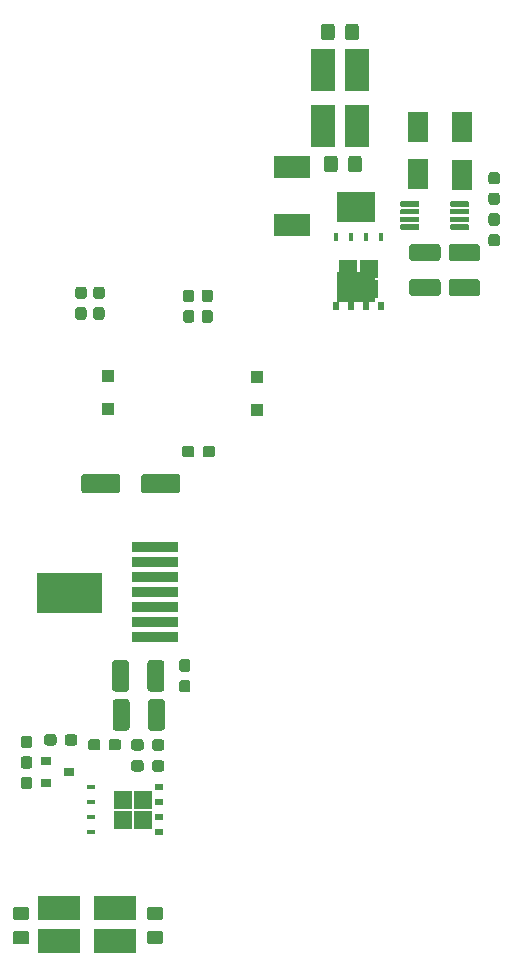
<source format=gbr>
G04 #@! TF.GenerationSoftware,KiCad,Pcbnew,5.1.5+dfsg1-2build2*
G04 #@! TF.CreationDate,2020-07-01T21:17:18+02:00*
G04 #@! TF.ProjectId,BaSe_PWR_V3_2,42615365-5f50-4575-925f-56335f322e6b,rev?*
G04 #@! TF.SameCoordinates,Original*
G04 #@! TF.FileFunction,Paste,Bot*
G04 #@! TF.FilePolarity,Positive*
%FSLAX46Y46*%
G04 Gerber Fmt 4.6, Leading zero omitted, Abs format (unit mm)*
G04 Created by KiCad (PCBNEW 5.1.5+dfsg1-2build2) date 2020-07-01 21:17:18*
%MOMM*%
%LPD*%
G04 APERTURE LIST*
%ADD10C,0.010000*%
%ADD11C,0.100000*%
%ADD12R,4.000000X0.890000*%
%ADD13R,1.100000X1.100000*%
%ADD14R,3.660000X2.085000*%
%ADD15R,3.150000X1.960000*%
%ADD16R,3.300000X2.500000*%
%ADD17R,1.800000X2.500000*%
%ADD18R,0.750000X0.500000*%
%ADD19R,1.500000X1.500000*%
%ADD20R,0.750000X0.400000*%
%ADD21R,0.900000X0.800000*%
%ADD22R,2.085000X3.660000*%
%ADD23R,0.500000X0.750000*%
%ADD24R,0.400000X0.750000*%
G04 APERTURE END LIST*
D10*
G36*
X69980000Y-99640000D02*
G01*
X69980000Y-103020000D01*
X75380000Y-103020000D01*
X75380000Y-99640000D01*
X69980000Y-99640000D01*
G37*
X69980000Y-99640000D02*
X69980000Y-103020000D01*
X75380000Y-103020000D01*
X75380000Y-99640000D01*
X69980000Y-99640000D01*
D11*
G36*
X69330779Y-115191144D02*
G01*
X69353834Y-115194563D01*
X69376443Y-115200227D01*
X69398387Y-115208079D01*
X69419457Y-115218044D01*
X69439448Y-115230026D01*
X69458168Y-115243910D01*
X69475438Y-115259562D01*
X69491090Y-115276832D01*
X69504974Y-115295552D01*
X69516956Y-115315543D01*
X69526921Y-115336613D01*
X69534773Y-115358557D01*
X69540437Y-115381166D01*
X69543856Y-115404221D01*
X69545000Y-115427500D01*
X69545000Y-116002500D01*
X69543856Y-116025779D01*
X69540437Y-116048834D01*
X69534773Y-116071443D01*
X69526921Y-116093387D01*
X69516956Y-116114457D01*
X69504974Y-116134448D01*
X69491090Y-116153168D01*
X69475438Y-116170438D01*
X69458168Y-116186090D01*
X69439448Y-116199974D01*
X69419457Y-116211956D01*
X69398387Y-116221921D01*
X69376443Y-116229773D01*
X69353834Y-116235437D01*
X69330779Y-116238856D01*
X69307500Y-116240000D01*
X68832500Y-116240000D01*
X68809221Y-116238856D01*
X68786166Y-116235437D01*
X68763557Y-116229773D01*
X68741613Y-116221921D01*
X68720543Y-116211956D01*
X68700552Y-116199974D01*
X68681832Y-116186090D01*
X68664562Y-116170438D01*
X68648910Y-116153168D01*
X68635026Y-116134448D01*
X68623044Y-116114457D01*
X68613079Y-116093387D01*
X68605227Y-116071443D01*
X68599563Y-116048834D01*
X68596144Y-116025779D01*
X68595000Y-116002500D01*
X68595000Y-115427500D01*
X68596144Y-115404221D01*
X68599563Y-115381166D01*
X68605227Y-115358557D01*
X68613079Y-115336613D01*
X68623044Y-115315543D01*
X68635026Y-115295552D01*
X68648910Y-115276832D01*
X68664562Y-115259562D01*
X68681832Y-115243910D01*
X68700552Y-115230026D01*
X68720543Y-115218044D01*
X68741613Y-115208079D01*
X68763557Y-115200227D01*
X68786166Y-115194563D01*
X68809221Y-115191144D01*
X68832500Y-115190000D01*
X69307500Y-115190000D01*
X69330779Y-115191144D01*
G37*
G36*
X69330779Y-113441144D02*
G01*
X69353834Y-113444563D01*
X69376443Y-113450227D01*
X69398387Y-113458079D01*
X69419457Y-113468044D01*
X69439448Y-113480026D01*
X69458168Y-113493910D01*
X69475438Y-113509562D01*
X69491090Y-113526832D01*
X69504974Y-113545552D01*
X69516956Y-113565543D01*
X69526921Y-113586613D01*
X69534773Y-113608557D01*
X69540437Y-113631166D01*
X69543856Y-113654221D01*
X69545000Y-113677500D01*
X69545000Y-114252500D01*
X69543856Y-114275779D01*
X69540437Y-114298834D01*
X69534773Y-114321443D01*
X69526921Y-114343387D01*
X69516956Y-114364457D01*
X69504974Y-114384448D01*
X69491090Y-114403168D01*
X69475438Y-114420438D01*
X69458168Y-114436090D01*
X69439448Y-114449974D01*
X69419457Y-114461956D01*
X69398387Y-114471921D01*
X69376443Y-114479773D01*
X69353834Y-114485437D01*
X69330779Y-114488856D01*
X69307500Y-114490000D01*
X68832500Y-114490000D01*
X68809221Y-114488856D01*
X68786166Y-114485437D01*
X68763557Y-114479773D01*
X68741613Y-114471921D01*
X68720543Y-114461956D01*
X68700552Y-114449974D01*
X68681832Y-114436090D01*
X68664562Y-114420438D01*
X68648910Y-114403168D01*
X68635026Y-114384448D01*
X68623044Y-114364457D01*
X68613079Y-114343387D01*
X68605227Y-114321443D01*
X68599563Y-114298834D01*
X68596144Y-114275779D01*
X68595000Y-114252500D01*
X68595000Y-113677500D01*
X68596144Y-113654221D01*
X68599563Y-113631166D01*
X68605227Y-113608557D01*
X68613079Y-113586613D01*
X68623044Y-113565543D01*
X68635026Y-113545552D01*
X68648910Y-113526832D01*
X68664562Y-113509562D01*
X68681832Y-113493910D01*
X68700552Y-113480026D01*
X68720543Y-113468044D01*
X68741613Y-113458079D01*
X68763557Y-113450227D01*
X68786166Y-113444563D01*
X68809221Y-113441144D01*
X68832500Y-113440000D01*
X69307500Y-113440000D01*
X69330779Y-113441144D01*
G37*
G36*
X76809504Y-91311204D02*
G01*
X76833773Y-91314804D01*
X76857571Y-91320765D01*
X76880671Y-91329030D01*
X76902849Y-91339520D01*
X76923893Y-91352133D01*
X76943598Y-91366747D01*
X76961777Y-91383223D01*
X76978253Y-91401402D01*
X76992867Y-91421107D01*
X77005480Y-91442151D01*
X77015970Y-91464329D01*
X77024235Y-91487429D01*
X77030196Y-91511227D01*
X77033796Y-91535496D01*
X77035000Y-91560000D01*
X77035000Y-92660000D01*
X77033796Y-92684504D01*
X77030196Y-92708773D01*
X77024235Y-92732571D01*
X77015970Y-92755671D01*
X77005480Y-92777849D01*
X76992867Y-92798893D01*
X76978253Y-92818598D01*
X76961777Y-92836777D01*
X76943598Y-92853253D01*
X76923893Y-92867867D01*
X76902849Y-92880480D01*
X76880671Y-92890970D01*
X76857571Y-92899235D01*
X76833773Y-92905196D01*
X76809504Y-92908796D01*
X76785000Y-92910000D01*
X73960000Y-92910000D01*
X73935496Y-92908796D01*
X73911227Y-92905196D01*
X73887429Y-92899235D01*
X73864329Y-92890970D01*
X73842151Y-92880480D01*
X73821107Y-92867867D01*
X73801402Y-92853253D01*
X73783223Y-92836777D01*
X73766747Y-92818598D01*
X73752133Y-92798893D01*
X73739520Y-92777849D01*
X73729030Y-92755671D01*
X73720765Y-92732571D01*
X73714804Y-92708773D01*
X73711204Y-92684504D01*
X73710000Y-92660000D01*
X73710000Y-91560000D01*
X73711204Y-91535496D01*
X73714804Y-91511227D01*
X73720765Y-91487429D01*
X73729030Y-91464329D01*
X73739520Y-91442151D01*
X73752133Y-91421107D01*
X73766747Y-91401402D01*
X73783223Y-91383223D01*
X73801402Y-91366747D01*
X73821107Y-91352133D01*
X73842151Y-91339520D01*
X73864329Y-91329030D01*
X73887429Y-91320765D01*
X73911227Y-91314804D01*
X73935496Y-91311204D01*
X73960000Y-91310000D01*
X76785000Y-91310000D01*
X76809504Y-91311204D01*
G37*
G36*
X81884504Y-91311204D02*
G01*
X81908773Y-91314804D01*
X81932571Y-91320765D01*
X81955671Y-91329030D01*
X81977849Y-91339520D01*
X81998893Y-91352133D01*
X82018598Y-91366747D01*
X82036777Y-91383223D01*
X82053253Y-91401402D01*
X82067867Y-91421107D01*
X82080480Y-91442151D01*
X82090970Y-91464329D01*
X82099235Y-91487429D01*
X82105196Y-91511227D01*
X82108796Y-91535496D01*
X82110000Y-91560000D01*
X82110000Y-92660000D01*
X82108796Y-92684504D01*
X82105196Y-92708773D01*
X82099235Y-92732571D01*
X82090970Y-92755671D01*
X82080480Y-92777849D01*
X82067867Y-92798893D01*
X82053253Y-92818598D01*
X82036777Y-92836777D01*
X82018598Y-92853253D01*
X81998893Y-92867867D01*
X81977849Y-92880480D01*
X81955671Y-92890970D01*
X81932571Y-92899235D01*
X81908773Y-92905196D01*
X81884504Y-92908796D01*
X81860000Y-92910000D01*
X79035000Y-92910000D01*
X79010496Y-92908796D01*
X78986227Y-92905196D01*
X78962429Y-92899235D01*
X78939329Y-92890970D01*
X78917151Y-92880480D01*
X78896107Y-92867867D01*
X78876402Y-92853253D01*
X78858223Y-92836777D01*
X78841747Y-92818598D01*
X78827133Y-92798893D01*
X78814520Y-92777849D01*
X78804030Y-92755671D01*
X78795765Y-92732571D01*
X78789804Y-92708773D01*
X78786204Y-92684504D01*
X78785000Y-92660000D01*
X78785000Y-91560000D01*
X78786204Y-91535496D01*
X78789804Y-91511227D01*
X78795765Y-91487429D01*
X78804030Y-91464329D01*
X78814520Y-91442151D01*
X78827133Y-91421107D01*
X78841747Y-91401402D01*
X78858223Y-91383223D01*
X78876402Y-91366747D01*
X78896107Y-91352133D01*
X78917151Y-91339520D01*
X78939329Y-91329030D01*
X78962429Y-91320765D01*
X78986227Y-91314804D01*
X79010496Y-91311204D01*
X79035000Y-91310000D01*
X81860000Y-91310000D01*
X81884504Y-91311204D01*
G37*
D12*
X79985000Y-97520000D03*
X79985000Y-98790000D03*
X79985000Y-100060000D03*
X79985000Y-101330000D03*
X79985000Y-102600000D03*
X79985000Y-103870000D03*
X79985000Y-105140000D03*
D11*
G36*
X102241027Y-70165542D02*
G01*
X102251948Y-70167162D01*
X102262657Y-70169844D01*
X102273052Y-70173564D01*
X102283032Y-70178284D01*
X102292502Y-70183960D01*
X102301369Y-70190536D01*
X102309550Y-70197950D01*
X102316964Y-70206131D01*
X102323540Y-70214998D01*
X102329216Y-70224468D01*
X102333936Y-70234448D01*
X102337656Y-70244843D01*
X102340338Y-70255552D01*
X102341958Y-70266473D01*
X102342500Y-70277500D01*
X102342500Y-70502500D01*
X102341958Y-70513527D01*
X102340338Y-70524448D01*
X102337656Y-70535157D01*
X102333936Y-70545552D01*
X102329216Y-70555532D01*
X102323540Y-70565002D01*
X102316964Y-70573869D01*
X102309550Y-70582050D01*
X102301369Y-70589464D01*
X102292502Y-70596040D01*
X102283032Y-70601716D01*
X102273052Y-70606436D01*
X102262657Y-70610156D01*
X102251948Y-70612838D01*
X102241027Y-70614458D01*
X102230000Y-70615000D01*
X100830000Y-70615000D01*
X100818973Y-70614458D01*
X100808052Y-70612838D01*
X100797343Y-70610156D01*
X100786948Y-70606436D01*
X100776968Y-70601716D01*
X100767498Y-70596040D01*
X100758631Y-70589464D01*
X100750450Y-70582050D01*
X100743036Y-70573869D01*
X100736460Y-70565002D01*
X100730784Y-70555532D01*
X100726064Y-70545552D01*
X100722344Y-70535157D01*
X100719662Y-70524448D01*
X100718042Y-70513527D01*
X100717500Y-70502500D01*
X100717500Y-70277500D01*
X100718042Y-70266473D01*
X100719662Y-70255552D01*
X100722344Y-70244843D01*
X100726064Y-70234448D01*
X100730784Y-70224468D01*
X100736460Y-70214998D01*
X100743036Y-70206131D01*
X100750450Y-70197950D01*
X100758631Y-70190536D01*
X100767498Y-70183960D01*
X100776968Y-70178284D01*
X100786948Y-70173564D01*
X100797343Y-70169844D01*
X100808052Y-70167162D01*
X100818973Y-70165542D01*
X100830000Y-70165000D01*
X102230000Y-70165000D01*
X102241027Y-70165542D01*
G37*
G36*
X102241027Y-69515542D02*
G01*
X102251948Y-69517162D01*
X102262657Y-69519844D01*
X102273052Y-69523564D01*
X102283032Y-69528284D01*
X102292502Y-69533960D01*
X102301369Y-69540536D01*
X102309550Y-69547950D01*
X102316964Y-69556131D01*
X102323540Y-69564998D01*
X102329216Y-69574468D01*
X102333936Y-69584448D01*
X102337656Y-69594843D01*
X102340338Y-69605552D01*
X102341958Y-69616473D01*
X102342500Y-69627500D01*
X102342500Y-69852500D01*
X102341958Y-69863527D01*
X102340338Y-69874448D01*
X102337656Y-69885157D01*
X102333936Y-69895552D01*
X102329216Y-69905532D01*
X102323540Y-69915002D01*
X102316964Y-69923869D01*
X102309550Y-69932050D01*
X102301369Y-69939464D01*
X102292502Y-69946040D01*
X102283032Y-69951716D01*
X102273052Y-69956436D01*
X102262657Y-69960156D01*
X102251948Y-69962838D01*
X102241027Y-69964458D01*
X102230000Y-69965000D01*
X100830000Y-69965000D01*
X100818973Y-69964458D01*
X100808052Y-69962838D01*
X100797343Y-69960156D01*
X100786948Y-69956436D01*
X100776968Y-69951716D01*
X100767498Y-69946040D01*
X100758631Y-69939464D01*
X100750450Y-69932050D01*
X100743036Y-69923869D01*
X100736460Y-69915002D01*
X100730784Y-69905532D01*
X100726064Y-69895552D01*
X100722344Y-69885157D01*
X100719662Y-69874448D01*
X100718042Y-69863527D01*
X100717500Y-69852500D01*
X100717500Y-69627500D01*
X100718042Y-69616473D01*
X100719662Y-69605552D01*
X100722344Y-69594843D01*
X100726064Y-69584448D01*
X100730784Y-69574468D01*
X100736460Y-69564998D01*
X100743036Y-69556131D01*
X100750450Y-69547950D01*
X100758631Y-69540536D01*
X100767498Y-69533960D01*
X100776968Y-69528284D01*
X100786948Y-69523564D01*
X100797343Y-69519844D01*
X100808052Y-69517162D01*
X100818973Y-69515542D01*
X100830000Y-69515000D01*
X102230000Y-69515000D01*
X102241027Y-69515542D01*
G37*
G36*
X102241027Y-68865542D02*
G01*
X102251948Y-68867162D01*
X102262657Y-68869844D01*
X102273052Y-68873564D01*
X102283032Y-68878284D01*
X102292502Y-68883960D01*
X102301369Y-68890536D01*
X102309550Y-68897950D01*
X102316964Y-68906131D01*
X102323540Y-68914998D01*
X102329216Y-68924468D01*
X102333936Y-68934448D01*
X102337656Y-68944843D01*
X102340338Y-68955552D01*
X102341958Y-68966473D01*
X102342500Y-68977500D01*
X102342500Y-69202500D01*
X102341958Y-69213527D01*
X102340338Y-69224448D01*
X102337656Y-69235157D01*
X102333936Y-69245552D01*
X102329216Y-69255532D01*
X102323540Y-69265002D01*
X102316964Y-69273869D01*
X102309550Y-69282050D01*
X102301369Y-69289464D01*
X102292502Y-69296040D01*
X102283032Y-69301716D01*
X102273052Y-69306436D01*
X102262657Y-69310156D01*
X102251948Y-69312838D01*
X102241027Y-69314458D01*
X102230000Y-69315000D01*
X100830000Y-69315000D01*
X100818973Y-69314458D01*
X100808052Y-69312838D01*
X100797343Y-69310156D01*
X100786948Y-69306436D01*
X100776968Y-69301716D01*
X100767498Y-69296040D01*
X100758631Y-69289464D01*
X100750450Y-69282050D01*
X100743036Y-69273869D01*
X100736460Y-69265002D01*
X100730784Y-69255532D01*
X100726064Y-69245552D01*
X100722344Y-69235157D01*
X100719662Y-69224448D01*
X100718042Y-69213527D01*
X100717500Y-69202500D01*
X100717500Y-68977500D01*
X100718042Y-68966473D01*
X100719662Y-68955552D01*
X100722344Y-68944843D01*
X100726064Y-68934448D01*
X100730784Y-68924468D01*
X100736460Y-68914998D01*
X100743036Y-68906131D01*
X100750450Y-68897950D01*
X100758631Y-68890536D01*
X100767498Y-68883960D01*
X100776968Y-68878284D01*
X100786948Y-68873564D01*
X100797343Y-68869844D01*
X100808052Y-68867162D01*
X100818973Y-68865542D01*
X100830000Y-68865000D01*
X102230000Y-68865000D01*
X102241027Y-68865542D01*
G37*
G36*
X102241027Y-68215542D02*
G01*
X102251948Y-68217162D01*
X102262657Y-68219844D01*
X102273052Y-68223564D01*
X102283032Y-68228284D01*
X102292502Y-68233960D01*
X102301369Y-68240536D01*
X102309550Y-68247950D01*
X102316964Y-68256131D01*
X102323540Y-68264998D01*
X102329216Y-68274468D01*
X102333936Y-68284448D01*
X102337656Y-68294843D01*
X102340338Y-68305552D01*
X102341958Y-68316473D01*
X102342500Y-68327500D01*
X102342500Y-68552500D01*
X102341958Y-68563527D01*
X102340338Y-68574448D01*
X102337656Y-68585157D01*
X102333936Y-68595552D01*
X102329216Y-68605532D01*
X102323540Y-68615002D01*
X102316964Y-68623869D01*
X102309550Y-68632050D01*
X102301369Y-68639464D01*
X102292502Y-68646040D01*
X102283032Y-68651716D01*
X102273052Y-68656436D01*
X102262657Y-68660156D01*
X102251948Y-68662838D01*
X102241027Y-68664458D01*
X102230000Y-68665000D01*
X100830000Y-68665000D01*
X100818973Y-68664458D01*
X100808052Y-68662838D01*
X100797343Y-68660156D01*
X100786948Y-68656436D01*
X100776968Y-68651716D01*
X100767498Y-68646040D01*
X100758631Y-68639464D01*
X100750450Y-68632050D01*
X100743036Y-68623869D01*
X100736460Y-68615002D01*
X100730784Y-68605532D01*
X100726064Y-68595552D01*
X100722344Y-68585157D01*
X100719662Y-68574448D01*
X100718042Y-68563527D01*
X100717500Y-68552500D01*
X100717500Y-68327500D01*
X100718042Y-68316473D01*
X100719662Y-68305552D01*
X100722344Y-68294843D01*
X100726064Y-68284448D01*
X100730784Y-68274468D01*
X100736460Y-68264998D01*
X100743036Y-68256131D01*
X100750450Y-68247950D01*
X100758631Y-68240536D01*
X100767498Y-68233960D01*
X100776968Y-68228284D01*
X100786948Y-68223564D01*
X100797343Y-68219844D01*
X100808052Y-68217162D01*
X100818973Y-68215542D01*
X100830000Y-68215000D01*
X102230000Y-68215000D01*
X102241027Y-68215542D01*
G37*
G36*
X106466027Y-68215542D02*
G01*
X106476948Y-68217162D01*
X106487657Y-68219844D01*
X106498052Y-68223564D01*
X106508032Y-68228284D01*
X106517502Y-68233960D01*
X106526369Y-68240536D01*
X106534550Y-68247950D01*
X106541964Y-68256131D01*
X106548540Y-68264998D01*
X106554216Y-68274468D01*
X106558936Y-68284448D01*
X106562656Y-68294843D01*
X106565338Y-68305552D01*
X106566958Y-68316473D01*
X106567500Y-68327500D01*
X106567500Y-68552500D01*
X106566958Y-68563527D01*
X106565338Y-68574448D01*
X106562656Y-68585157D01*
X106558936Y-68595552D01*
X106554216Y-68605532D01*
X106548540Y-68615002D01*
X106541964Y-68623869D01*
X106534550Y-68632050D01*
X106526369Y-68639464D01*
X106517502Y-68646040D01*
X106508032Y-68651716D01*
X106498052Y-68656436D01*
X106487657Y-68660156D01*
X106476948Y-68662838D01*
X106466027Y-68664458D01*
X106455000Y-68665000D01*
X105055000Y-68665000D01*
X105043973Y-68664458D01*
X105033052Y-68662838D01*
X105022343Y-68660156D01*
X105011948Y-68656436D01*
X105001968Y-68651716D01*
X104992498Y-68646040D01*
X104983631Y-68639464D01*
X104975450Y-68632050D01*
X104968036Y-68623869D01*
X104961460Y-68615002D01*
X104955784Y-68605532D01*
X104951064Y-68595552D01*
X104947344Y-68585157D01*
X104944662Y-68574448D01*
X104943042Y-68563527D01*
X104942500Y-68552500D01*
X104942500Y-68327500D01*
X104943042Y-68316473D01*
X104944662Y-68305552D01*
X104947344Y-68294843D01*
X104951064Y-68284448D01*
X104955784Y-68274468D01*
X104961460Y-68264998D01*
X104968036Y-68256131D01*
X104975450Y-68247950D01*
X104983631Y-68240536D01*
X104992498Y-68233960D01*
X105001968Y-68228284D01*
X105011948Y-68223564D01*
X105022343Y-68219844D01*
X105033052Y-68217162D01*
X105043973Y-68215542D01*
X105055000Y-68215000D01*
X106455000Y-68215000D01*
X106466027Y-68215542D01*
G37*
G36*
X106466027Y-68865542D02*
G01*
X106476948Y-68867162D01*
X106487657Y-68869844D01*
X106498052Y-68873564D01*
X106508032Y-68878284D01*
X106517502Y-68883960D01*
X106526369Y-68890536D01*
X106534550Y-68897950D01*
X106541964Y-68906131D01*
X106548540Y-68914998D01*
X106554216Y-68924468D01*
X106558936Y-68934448D01*
X106562656Y-68944843D01*
X106565338Y-68955552D01*
X106566958Y-68966473D01*
X106567500Y-68977500D01*
X106567500Y-69202500D01*
X106566958Y-69213527D01*
X106565338Y-69224448D01*
X106562656Y-69235157D01*
X106558936Y-69245552D01*
X106554216Y-69255532D01*
X106548540Y-69265002D01*
X106541964Y-69273869D01*
X106534550Y-69282050D01*
X106526369Y-69289464D01*
X106517502Y-69296040D01*
X106508032Y-69301716D01*
X106498052Y-69306436D01*
X106487657Y-69310156D01*
X106476948Y-69312838D01*
X106466027Y-69314458D01*
X106455000Y-69315000D01*
X105055000Y-69315000D01*
X105043973Y-69314458D01*
X105033052Y-69312838D01*
X105022343Y-69310156D01*
X105011948Y-69306436D01*
X105001968Y-69301716D01*
X104992498Y-69296040D01*
X104983631Y-69289464D01*
X104975450Y-69282050D01*
X104968036Y-69273869D01*
X104961460Y-69265002D01*
X104955784Y-69255532D01*
X104951064Y-69245552D01*
X104947344Y-69235157D01*
X104944662Y-69224448D01*
X104943042Y-69213527D01*
X104942500Y-69202500D01*
X104942500Y-68977500D01*
X104943042Y-68966473D01*
X104944662Y-68955552D01*
X104947344Y-68944843D01*
X104951064Y-68934448D01*
X104955784Y-68924468D01*
X104961460Y-68914998D01*
X104968036Y-68906131D01*
X104975450Y-68897950D01*
X104983631Y-68890536D01*
X104992498Y-68883960D01*
X105001968Y-68878284D01*
X105011948Y-68873564D01*
X105022343Y-68869844D01*
X105033052Y-68867162D01*
X105043973Y-68865542D01*
X105055000Y-68865000D01*
X106455000Y-68865000D01*
X106466027Y-68865542D01*
G37*
G36*
X106466027Y-69515542D02*
G01*
X106476948Y-69517162D01*
X106487657Y-69519844D01*
X106498052Y-69523564D01*
X106508032Y-69528284D01*
X106517502Y-69533960D01*
X106526369Y-69540536D01*
X106534550Y-69547950D01*
X106541964Y-69556131D01*
X106548540Y-69564998D01*
X106554216Y-69574468D01*
X106558936Y-69584448D01*
X106562656Y-69594843D01*
X106565338Y-69605552D01*
X106566958Y-69616473D01*
X106567500Y-69627500D01*
X106567500Y-69852500D01*
X106566958Y-69863527D01*
X106565338Y-69874448D01*
X106562656Y-69885157D01*
X106558936Y-69895552D01*
X106554216Y-69905532D01*
X106548540Y-69915002D01*
X106541964Y-69923869D01*
X106534550Y-69932050D01*
X106526369Y-69939464D01*
X106517502Y-69946040D01*
X106508032Y-69951716D01*
X106498052Y-69956436D01*
X106487657Y-69960156D01*
X106476948Y-69962838D01*
X106466027Y-69964458D01*
X106455000Y-69965000D01*
X105055000Y-69965000D01*
X105043973Y-69964458D01*
X105033052Y-69962838D01*
X105022343Y-69960156D01*
X105011948Y-69956436D01*
X105001968Y-69951716D01*
X104992498Y-69946040D01*
X104983631Y-69939464D01*
X104975450Y-69932050D01*
X104968036Y-69923869D01*
X104961460Y-69915002D01*
X104955784Y-69905532D01*
X104951064Y-69895552D01*
X104947344Y-69885157D01*
X104944662Y-69874448D01*
X104943042Y-69863527D01*
X104942500Y-69852500D01*
X104942500Y-69627500D01*
X104943042Y-69616473D01*
X104944662Y-69605552D01*
X104947344Y-69594843D01*
X104951064Y-69584448D01*
X104955784Y-69574468D01*
X104961460Y-69564998D01*
X104968036Y-69556131D01*
X104975450Y-69547950D01*
X104983631Y-69540536D01*
X104992498Y-69533960D01*
X105001968Y-69528284D01*
X105011948Y-69523564D01*
X105022343Y-69519844D01*
X105033052Y-69517162D01*
X105043973Y-69515542D01*
X105055000Y-69515000D01*
X106455000Y-69515000D01*
X106466027Y-69515542D01*
G37*
G36*
X106466027Y-70165542D02*
G01*
X106476948Y-70167162D01*
X106487657Y-70169844D01*
X106498052Y-70173564D01*
X106508032Y-70178284D01*
X106517502Y-70183960D01*
X106526369Y-70190536D01*
X106534550Y-70197950D01*
X106541964Y-70206131D01*
X106548540Y-70214998D01*
X106554216Y-70224468D01*
X106558936Y-70234448D01*
X106562656Y-70244843D01*
X106565338Y-70255552D01*
X106566958Y-70266473D01*
X106567500Y-70277500D01*
X106567500Y-70502500D01*
X106566958Y-70513527D01*
X106565338Y-70524448D01*
X106562656Y-70535157D01*
X106558936Y-70545552D01*
X106554216Y-70555532D01*
X106548540Y-70565002D01*
X106541964Y-70573869D01*
X106534550Y-70582050D01*
X106526369Y-70589464D01*
X106517502Y-70596040D01*
X106508032Y-70601716D01*
X106498052Y-70606436D01*
X106487657Y-70610156D01*
X106476948Y-70612838D01*
X106466027Y-70614458D01*
X106455000Y-70615000D01*
X105055000Y-70615000D01*
X105043973Y-70614458D01*
X105033052Y-70612838D01*
X105022343Y-70610156D01*
X105011948Y-70606436D01*
X105001968Y-70601716D01*
X104992498Y-70596040D01*
X104983631Y-70589464D01*
X104975450Y-70582050D01*
X104968036Y-70573869D01*
X104961460Y-70565002D01*
X104955784Y-70555532D01*
X104951064Y-70545552D01*
X104947344Y-70535157D01*
X104944662Y-70524448D01*
X104943042Y-70513527D01*
X104942500Y-70502500D01*
X104942500Y-70277500D01*
X104943042Y-70266473D01*
X104944662Y-70255552D01*
X104947344Y-70244843D01*
X104951064Y-70234448D01*
X104955784Y-70224468D01*
X104961460Y-70214998D01*
X104968036Y-70206131D01*
X104975450Y-70197950D01*
X104983631Y-70190536D01*
X104992498Y-70183960D01*
X105001968Y-70178284D01*
X105011948Y-70173564D01*
X105022343Y-70169844D01*
X105033052Y-70167162D01*
X105043973Y-70165542D01*
X105055000Y-70165000D01*
X106455000Y-70165000D01*
X106466027Y-70165542D01*
G37*
D13*
X88560000Y-83050000D03*
X88560000Y-85850000D03*
X75950000Y-82980000D03*
X75950000Y-85780000D03*
D14*
X71865000Y-130872500D03*
X71865000Y-128027500D03*
X76615000Y-130872500D03*
X76615000Y-128027500D03*
D15*
X91550000Y-65345000D03*
X91550000Y-70255000D03*
D16*
X96990000Y-68690000D03*
X96990000Y-75490000D03*
D17*
X105970000Y-61960000D03*
X105970000Y-65960000D03*
X102240000Y-61930000D03*
X102240000Y-65930000D03*
D11*
G36*
X80434505Y-127921204D02*
G01*
X80458773Y-127924804D01*
X80482572Y-127930765D01*
X80505671Y-127939030D01*
X80527850Y-127949520D01*
X80548893Y-127962132D01*
X80568599Y-127976747D01*
X80586777Y-127993223D01*
X80603253Y-128011401D01*
X80617868Y-128031107D01*
X80630480Y-128052150D01*
X80640970Y-128074329D01*
X80649235Y-128097428D01*
X80655196Y-128121227D01*
X80658796Y-128145495D01*
X80660000Y-128169999D01*
X80660000Y-128820001D01*
X80658796Y-128844505D01*
X80655196Y-128868773D01*
X80649235Y-128892572D01*
X80640970Y-128915671D01*
X80630480Y-128937850D01*
X80617868Y-128958893D01*
X80603253Y-128978599D01*
X80586777Y-128996777D01*
X80568599Y-129013253D01*
X80548893Y-129027868D01*
X80527850Y-129040480D01*
X80505671Y-129050970D01*
X80482572Y-129059235D01*
X80458773Y-129065196D01*
X80434505Y-129068796D01*
X80410001Y-129070000D01*
X79509999Y-129070000D01*
X79485495Y-129068796D01*
X79461227Y-129065196D01*
X79437428Y-129059235D01*
X79414329Y-129050970D01*
X79392150Y-129040480D01*
X79371107Y-129027868D01*
X79351401Y-129013253D01*
X79333223Y-128996777D01*
X79316747Y-128978599D01*
X79302132Y-128958893D01*
X79289520Y-128937850D01*
X79279030Y-128915671D01*
X79270765Y-128892572D01*
X79264804Y-128868773D01*
X79261204Y-128844505D01*
X79260000Y-128820001D01*
X79260000Y-128169999D01*
X79261204Y-128145495D01*
X79264804Y-128121227D01*
X79270765Y-128097428D01*
X79279030Y-128074329D01*
X79289520Y-128052150D01*
X79302132Y-128031107D01*
X79316747Y-128011401D01*
X79333223Y-127993223D01*
X79351401Y-127976747D01*
X79371107Y-127962132D01*
X79392150Y-127949520D01*
X79414329Y-127939030D01*
X79437428Y-127930765D01*
X79461227Y-127924804D01*
X79485495Y-127921204D01*
X79509999Y-127920000D01*
X80410001Y-127920000D01*
X80434505Y-127921204D01*
G37*
G36*
X80434505Y-129971204D02*
G01*
X80458773Y-129974804D01*
X80482572Y-129980765D01*
X80505671Y-129989030D01*
X80527850Y-129999520D01*
X80548893Y-130012132D01*
X80568599Y-130026747D01*
X80586777Y-130043223D01*
X80603253Y-130061401D01*
X80617868Y-130081107D01*
X80630480Y-130102150D01*
X80640970Y-130124329D01*
X80649235Y-130147428D01*
X80655196Y-130171227D01*
X80658796Y-130195495D01*
X80660000Y-130219999D01*
X80660000Y-130870001D01*
X80658796Y-130894505D01*
X80655196Y-130918773D01*
X80649235Y-130942572D01*
X80640970Y-130965671D01*
X80630480Y-130987850D01*
X80617868Y-131008893D01*
X80603253Y-131028599D01*
X80586777Y-131046777D01*
X80568599Y-131063253D01*
X80548893Y-131077868D01*
X80527850Y-131090480D01*
X80505671Y-131100970D01*
X80482572Y-131109235D01*
X80458773Y-131115196D01*
X80434505Y-131118796D01*
X80410001Y-131120000D01*
X79509999Y-131120000D01*
X79485495Y-131118796D01*
X79461227Y-131115196D01*
X79437428Y-131109235D01*
X79414329Y-131100970D01*
X79392150Y-131090480D01*
X79371107Y-131077868D01*
X79351401Y-131063253D01*
X79333223Y-131046777D01*
X79316747Y-131028599D01*
X79302132Y-131008893D01*
X79289520Y-130987850D01*
X79279030Y-130965671D01*
X79270765Y-130942572D01*
X79264804Y-130918773D01*
X79261204Y-130894505D01*
X79260000Y-130870001D01*
X79260000Y-130219999D01*
X79261204Y-130195495D01*
X79264804Y-130171227D01*
X79270765Y-130147428D01*
X79279030Y-130124329D01*
X79289520Y-130102150D01*
X79302132Y-130081107D01*
X79316747Y-130061401D01*
X79333223Y-130043223D01*
X79351401Y-130026747D01*
X79371107Y-130012132D01*
X79392150Y-129999520D01*
X79414329Y-129989030D01*
X79437428Y-129980765D01*
X79461227Y-129974804D01*
X79485495Y-129971204D01*
X79509999Y-129970000D01*
X80410001Y-129970000D01*
X80434505Y-129971204D01*
G37*
G36*
X69094505Y-127931204D02*
G01*
X69118773Y-127934804D01*
X69142572Y-127940765D01*
X69165671Y-127949030D01*
X69187850Y-127959520D01*
X69208893Y-127972132D01*
X69228599Y-127986747D01*
X69246777Y-128003223D01*
X69263253Y-128021401D01*
X69277868Y-128041107D01*
X69290480Y-128062150D01*
X69300970Y-128084329D01*
X69309235Y-128107428D01*
X69315196Y-128131227D01*
X69318796Y-128155495D01*
X69320000Y-128179999D01*
X69320000Y-128830001D01*
X69318796Y-128854505D01*
X69315196Y-128878773D01*
X69309235Y-128902572D01*
X69300970Y-128925671D01*
X69290480Y-128947850D01*
X69277868Y-128968893D01*
X69263253Y-128988599D01*
X69246777Y-129006777D01*
X69228599Y-129023253D01*
X69208893Y-129037868D01*
X69187850Y-129050480D01*
X69165671Y-129060970D01*
X69142572Y-129069235D01*
X69118773Y-129075196D01*
X69094505Y-129078796D01*
X69070001Y-129080000D01*
X68169999Y-129080000D01*
X68145495Y-129078796D01*
X68121227Y-129075196D01*
X68097428Y-129069235D01*
X68074329Y-129060970D01*
X68052150Y-129050480D01*
X68031107Y-129037868D01*
X68011401Y-129023253D01*
X67993223Y-129006777D01*
X67976747Y-128988599D01*
X67962132Y-128968893D01*
X67949520Y-128947850D01*
X67939030Y-128925671D01*
X67930765Y-128902572D01*
X67924804Y-128878773D01*
X67921204Y-128854505D01*
X67920000Y-128830001D01*
X67920000Y-128179999D01*
X67921204Y-128155495D01*
X67924804Y-128131227D01*
X67930765Y-128107428D01*
X67939030Y-128084329D01*
X67949520Y-128062150D01*
X67962132Y-128041107D01*
X67976747Y-128021401D01*
X67993223Y-128003223D01*
X68011401Y-127986747D01*
X68031107Y-127972132D01*
X68052150Y-127959520D01*
X68074329Y-127949030D01*
X68097428Y-127940765D01*
X68121227Y-127934804D01*
X68145495Y-127931204D01*
X68169999Y-127930000D01*
X69070001Y-127930000D01*
X69094505Y-127931204D01*
G37*
G36*
X69094505Y-129981204D02*
G01*
X69118773Y-129984804D01*
X69142572Y-129990765D01*
X69165671Y-129999030D01*
X69187850Y-130009520D01*
X69208893Y-130022132D01*
X69228599Y-130036747D01*
X69246777Y-130053223D01*
X69263253Y-130071401D01*
X69277868Y-130091107D01*
X69290480Y-130112150D01*
X69300970Y-130134329D01*
X69309235Y-130157428D01*
X69315196Y-130181227D01*
X69318796Y-130205495D01*
X69320000Y-130229999D01*
X69320000Y-130880001D01*
X69318796Y-130904505D01*
X69315196Y-130928773D01*
X69309235Y-130952572D01*
X69300970Y-130975671D01*
X69290480Y-130997850D01*
X69277868Y-131018893D01*
X69263253Y-131038599D01*
X69246777Y-131056777D01*
X69228599Y-131073253D01*
X69208893Y-131087868D01*
X69187850Y-131100480D01*
X69165671Y-131110970D01*
X69142572Y-131119235D01*
X69118773Y-131125196D01*
X69094505Y-131128796D01*
X69070001Y-131130000D01*
X68169999Y-131130000D01*
X68145495Y-131128796D01*
X68121227Y-131125196D01*
X68097428Y-131119235D01*
X68074329Y-131110970D01*
X68052150Y-131100480D01*
X68031107Y-131087868D01*
X68011401Y-131073253D01*
X67993223Y-131056777D01*
X67976747Y-131038599D01*
X67962132Y-131018893D01*
X67949520Y-130997850D01*
X67939030Y-130975671D01*
X67930765Y-130952572D01*
X67924804Y-130928773D01*
X67921204Y-130904505D01*
X67920000Y-130880001D01*
X67920000Y-130229999D01*
X67921204Y-130205495D01*
X67924804Y-130181227D01*
X67930765Y-130157428D01*
X67939030Y-130134329D01*
X67949520Y-130112150D01*
X67962132Y-130091107D01*
X67976747Y-130071401D01*
X67993223Y-130053223D01*
X68011401Y-130036747D01*
X68031107Y-130022132D01*
X68052150Y-130009520D01*
X68074329Y-129999030D01*
X68097428Y-129990765D01*
X68121227Y-129984804D01*
X68145495Y-129981204D01*
X68169999Y-129980000D01*
X69070001Y-129980000D01*
X69094505Y-129981204D01*
G37*
G36*
X107239504Y-74806204D02*
G01*
X107263773Y-74809804D01*
X107287571Y-74815765D01*
X107310671Y-74824030D01*
X107332849Y-74834520D01*
X107353893Y-74847133D01*
X107373598Y-74861747D01*
X107391777Y-74878223D01*
X107408253Y-74896402D01*
X107422867Y-74916107D01*
X107435480Y-74937151D01*
X107445970Y-74959329D01*
X107454235Y-74982429D01*
X107460196Y-75006227D01*
X107463796Y-75030496D01*
X107465000Y-75055000D01*
X107465000Y-75980000D01*
X107463796Y-76004504D01*
X107460196Y-76028773D01*
X107454235Y-76052571D01*
X107445970Y-76075671D01*
X107435480Y-76097849D01*
X107422867Y-76118893D01*
X107408253Y-76138598D01*
X107391777Y-76156777D01*
X107373598Y-76173253D01*
X107353893Y-76187867D01*
X107332849Y-76200480D01*
X107310671Y-76210970D01*
X107287571Y-76219235D01*
X107263773Y-76225196D01*
X107239504Y-76228796D01*
X107215000Y-76230000D01*
X105065000Y-76230000D01*
X105040496Y-76228796D01*
X105016227Y-76225196D01*
X104992429Y-76219235D01*
X104969329Y-76210970D01*
X104947151Y-76200480D01*
X104926107Y-76187867D01*
X104906402Y-76173253D01*
X104888223Y-76156777D01*
X104871747Y-76138598D01*
X104857133Y-76118893D01*
X104844520Y-76097849D01*
X104834030Y-76075671D01*
X104825765Y-76052571D01*
X104819804Y-76028773D01*
X104816204Y-76004504D01*
X104815000Y-75980000D01*
X104815000Y-75055000D01*
X104816204Y-75030496D01*
X104819804Y-75006227D01*
X104825765Y-74982429D01*
X104834030Y-74959329D01*
X104844520Y-74937151D01*
X104857133Y-74916107D01*
X104871747Y-74896402D01*
X104888223Y-74878223D01*
X104906402Y-74861747D01*
X104926107Y-74847133D01*
X104947151Y-74834520D01*
X104969329Y-74824030D01*
X104992429Y-74815765D01*
X105016227Y-74809804D01*
X105040496Y-74806204D01*
X105065000Y-74805000D01*
X107215000Y-74805000D01*
X107239504Y-74806204D01*
G37*
G36*
X107239504Y-71831204D02*
G01*
X107263773Y-71834804D01*
X107287571Y-71840765D01*
X107310671Y-71849030D01*
X107332849Y-71859520D01*
X107353893Y-71872133D01*
X107373598Y-71886747D01*
X107391777Y-71903223D01*
X107408253Y-71921402D01*
X107422867Y-71941107D01*
X107435480Y-71962151D01*
X107445970Y-71984329D01*
X107454235Y-72007429D01*
X107460196Y-72031227D01*
X107463796Y-72055496D01*
X107465000Y-72080000D01*
X107465000Y-73005000D01*
X107463796Y-73029504D01*
X107460196Y-73053773D01*
X107454235Y-73077571D01*
X107445970Y-73100671D01*
X107435480Y-73122849D01*
X107422867Y-73143893D01*
X107408253Y-73163598D01*
X107391777Y-73181777D01*
X107373598Y-73198253D01*
X107353893Y-73212867D01*
X107332849Y-73225480D01*
X107310671Y-73235970D01*
X107287571Y-73244235D01*
X107263773Y-73250196D01*
X107239504Y-73253796D01*
X107215000Y-73255000D01*
X105065000Y-73255000D01*
X105040496Y-73253796D01*
X105016227Y-73250196D01*
X104992429Y-73244235D01*
X104969329Y-73235970D01*
X104947151Y-73225480D01*
X104926107Y-73212867D01*
X104906402Y-73198253D01*
X104888223Y-73181777D01*
X104871747Y-73163598D01*
X104857133Y-73143893D01*
X104844520Y-73122849D01*
X104834030Y-73100671D01*
X104825765Y-73077571D01*
X104819804Y-73053773D01*
X104816204Y-73029504D01*
X104815000Y-73005000D01*
X104815000Y-72080000D01*
X104816204Y-72055496D01*
X104819804Y-72031227D01*
X104825765Y-72007429D01*
X104834030Y-71984329D01*
X104844520Y-71962151D01*
X104857133Y-71941107D01*
X104871747Y-71921402D01*
X104888223Y-71903223D01*
X104906402Y-71886747D01*
X104926107Y-71872133D01*
X104947151Y-71859520D01*
X104969329Y-71849030D01*
X104992429Y-71840765D01*
X105016227Y-71834804D01*
X105040496Y-71831204D01*
X105065000Y-71830000D01*
X107215000Y-71830000D01*
X107239504Y-71831204D01*
G37*
G36*
X69330779Y-116946144D02*
G01*
X69353834Y-116949563D01*
X69376443Y-116955227D01*
X69398387Y-116963079D01*
X69419457Y-116973044D01*
X69439448Y-116985026D01*
X69458168Y-116998910D01*
X69475438Y-117014562D01*
X69491090Y-117031832D01*
X69504974Y-117050552D01*
X69516956Y-117070543D01*
X69526921Y-117091613D01*
X69534773Y-117113557D01*
X69540437Y-117136166D01*
X69543856Y-117159221D01*
X69545000Y-117182500D01*
X69545000Y-117757500D01*
X69543856Y-117780779D01*
X69540437Y-117803834D01*
X69534773Y-117826443D01*
X69526921Y-117848387D01*
X69516956Y-117869457D01*
X69504974Y-117889448D01*
X69491090Y-117908168D01*
X69475438Y-117925438D01*
X69458168Y-117941090D01*
X69439448Y-117954974D01*
X69419457Y-117966956D01*
X69398387Y-117976921D01*
X69376443Y-117984773D01*
X69353834Y-117990437D01*
X69330779Y-117993856D01*
X69307500Y-117995000D01*
X68832500Y-117995000D01*
X68809221Y-117993856D01*
X68786166Y-117990437D01*
X68763557Y-117984773D01*
X68741613Y-117976921D01*
X68720543Y-117966956D01*
X68700552Y-117954974D01*
X68681832Y-117941090D01*
X68664562Y-117925438D01*
X68648910Y-117908168D01*
X68635026Y-117889448D01*
X68623044Y-117869457D01*
X68613079Y-117848387D01*
X68605227Y-117826443D01*
X68599563Y-117803834D01*
X68596144Y-117780779D01*
X68595000Y-117757500D01*
X68595000Y-117182500D01*
X68596144Y-117159221D01*
X68599563Y-117136166D01*
X68605227Y-117113557D01*
X68613079Y-117091613D01*
X68623044Y-117070543D01*
X68635026Y-117050552D01*
X68648910Y-117031832D01*
X68664562Y-117014562D01*
X68681832Y-116998910D01*
X68700552Y-116985026D01*
X68720543Y-116973044D01*
X68741613Y-116963079D01*
X68763557Y-116955227D01*
X68786166Y-116949563D01*
X68809221Y-116946144D01*
X68832500Y-116945000D01*
X69307500Y-116945000D01*
X69330779Y-116946144D01*
G37*
G36*
X69330779Y-115196144D02*
G01*
X69353834Y-115199563D01*
X69376443Y-115205227D01*
X69398387Y-115213079D01*
X69419457Y-115223044D01*
X69439448Y-115235026D01*
X69458168Y-115248910D01*
X69475438Y-115264562D01*
X69491090Y-115281832D01*
X69504974Y-115300552D01*
X69516956Y-115320543D01*
X69526921Y-115341613D01*
X69534773Y-115363557D01*
X69540437Y-115386166D01*
X69543856Y-115409221D01*
X69545000Y-115432500D01*
X69545000Y-116007500D01*
X69543856Y-116030779D01*
X69540437Y-116053834D01*
X69534773Y-116076443D01*
X69526921Y-116098387D01*
X69516956Y-116119457D01*
X69504974Y-116139448D01*
X69491090Y-116158168D01*
X69475438Y-116175438D01*
X69458168Y-116191090D01*
X69439448Y-116204974D01*
X69419457Y-116216956D01*
X69398387Y-116226921D01*
X69376443Y-116234773D01*
X69353834Y-116240437D01*
X69330779Y-116243856D01*
X69307500Y-116245000D01*
X68832500Y-116245000D01*
X68809221Y-116243856D01*
X68786166Y-116240437D01*
X68763557Y-116234773D01*
X68741613Y-116226921D01*
X68720543Y-116216956D01*
X68700552Y-116204974D01*
X68681832Y-116191090D01*
X68664562Y-116175438D01*
X68648910Y-116158168D01*
X68635026Y-116139448D01*
X68623044Y-116119457D01*
X68613079Y-116098387D01*
X68605227Y-116076443D01*
X68599563Y-116053834D01*
X68596144Y-116030779D01*
X68595000Y-116007500D01*
X68595000Y-115432500D01*
X68596144Y-115409221D01*
X68599563Y-115386166D01*
X68605227Y-115363557D01*
X68613079Y-115341613D01*
X68623044Y-115320543D01*
X68635026Y-115300552D01*
X68648910Y-115281832D01*
X68664562Y-115264562D01*
X68681832Y-115248910D01*
X68700552Y-115235026D01*
X68720543Y-115223044D01*
X68741613Y-115213079D01*
X68763557Y-115205227D01*
X68786166Y-115199563D01*
X68809221Y-115196144D01*
X68832500Y-115195000D01*
X69307500Y-115195000D01*
X69330779Y-115196144D01*
G37*
G36*
X73155779Y-113336144D02*
G01*
X73178834Y-113339563D01*
X73201443Y-113345227D01*
X73223387Y-113353079D01*
X73244457Y-113363044D01*
X73264448Y-113375026D01*
X73283168Y-113388910D01*
X73300438Y-113404562D01*
X73316090Y-113421832D01*
X73329974Y-113440552D01*
X73341956Y-113460543D01*
X73351921Y-113481613D01*
X73359773Y-113503557D01*
X73365437Y-113526166D01*
X73368856Y-113549221D01*
X73370000Y-113572500D01*
X73370000Y-114047500D01*
X73368856Y-114070779D01*
X73365437Y-114093834D01*
X73359773Y-114116443D01*
X73351921Y-114138387D01*
X73341956Y-114159457D01*
X73329974Y-114179448D01*
X73316090Y-114198168D01*
X73300438Y-114215438D01*
X73283168Y-114231090D01*
X73264448Y-114244974D01*
X73244457Y-114256956D01*
X73223387Y-114266921D01*
X73201443Y-114274773D01*
X73178834Y-114280437D01*
X73155779Y-114283856D01*
X73132500Y-114285000D01*
X72557500Y-114285000D01*
X72534221Y-114283856D01*
X72511166Y-114280437D01*
X72488557Y-114274773D01*
X72466613Y-114266921D01*
X72445543Y-114256956D01*
X72425552Y-114244974D01*
X72406832Y-114231090D01*
X72389562Y-114215438D01*
X72373910Y-114198168D01*
X72360026Y-114179448D01*
X72348044Y-114159457D01*
X72338079Y-114138387D01*
X72330227Y-114116443D01*
X72324563Y-114093834D01*
X72321144Y-114070779D01*
X72320000Y-114047500D01*
X72320000Y-113572500D01*
X72321144Y-113549221D01*
X72324563Y-113526166D01*
X72330227Y-113503557D01*
X72338079Y-113481613D01*
X72348044Y-113460543D01*
X72360026Y-113440552D01*
X72373910Y-113421832D01*
X72389562Y-113404562D01*
X72406832Y-113388910D01*
X72425552Y-113375026D01*
X72445543Y-113363044D01*
X72466613Y-113353079D01*
X72488557Y-113345227D01*
X72511166Y-113339563D01*
X72534221Y-113336144D01*
X72557500Y-113335000D01*
X73132500Y-113335000D01*
X73155779Y-113336144D01*
G37*
G36*
X71405779Y-113336144D02*
G01*
X71428834Y-113339563D01*
X71451443Y-113345227D01*
X71473387Y-113353079D01*
X71494457Y-113363044D01*
X71514448Y-113375026D01*
X71533168Y-113388910D01*
X71550438Y-113404562D01*
X71566090Y-113421832D01*
X71579974Y-113440552D01*
X71591956Y-113460543D01*
X71601921Y-113481613D01*
X71609773Y-113503557D01*
X71615437Y-113526166D01*
X71618856Y-113549221D01*
X71620000Y-113572500D01*
X71620000Y-114047500D01*
X71618856Y-114070779D01*
X71615437Y-114093834D01*
X71609773Y-114116443D01*
X71601921Y-114138387D01*
X71591956Y-114159457D01*
X71579974Y-114179448D01*
X71566090Y-114198168D01*
X71550438Y-114215438D01*
X71533168Y-114231090D01*
X71514448Y-114244974D01*
X71494457Y-114256956D01*
X71473387Y-114266921D01*
X71451443Y-114274773D01*
X71428834Y-114280437D01*
X71405779Y-114283856D01*
X71382500Y-114285000D01*
X70807500Y-114285000D01*
X70784221Y-114283856D01*
X70761166Y-114280437D01*
X70738557Y-114274773D01*
X70716613Y-114266921D01*
X70695543Y-114256956D01*
X70675552Y-114244974D01*
X70656832Y-114231090D01*
X70639562Y-114215438D01*
X70623910Y-114198168D01*
X70610026Y-114179448D01*
X70598044Y-114159457D01*
X70588079Y-114138387D01*
X70580227Y-114116443D01*
X70574563Y-114093834D01*
X70571144Y-114070779D01*
X70570000Y-114047500D01*
X70570000Y-113572500D01*
X70571144Y-113549221D01*
X70574563Y-113526166D01*
X70580227Y-113503557D01*
X70588079Y-113481613D01*
X70598044Y-113460543D01*
X70610026Y-113440552D01*
X70623910Y-113421832D01*
X70639562Y-113404562D01*
X70656832Y-113388910D01*
X70675552Y-113375026D01*
X70695543Y-113363044D01*
X70716613Y-113353079D01*
X70738557Y-113345227D01*
X70761166Y-113339563D01*
X70784221Y-113336144D01*
X70807500Y-113335000D01*
X71382500Y-113335000D01*
X71405779Y-113336144D01*
G37*
D18*
X80325000Y-117805000D03*
X80325000Y-119075000D03*
X80325000Y-120345000D03*
X80325000Y-121615000D03*
D19*
X77220000Y-118860000D03*
X77220000Y-120560000D03*
X78920000Y-118860000D03*
X78920000Y-120560000D03*
D20*
X74520000Y-117805000D03*
X74520000Y-119075000D03*
X74520000Y-120345000D03*
X74520000Y-121615000D03*
D21*
X72690000Y-116520000D03*
X70690000Y-115570000D03*
X70690000Y-117470000D03*
D22*
X97038500Y-61843000D03*
X94193500Y-61843000D03*
X97038500Y-57093000D03*
X94193500Y-57093000D03*
D11*
G36*
X83070779Y-77431144D02*
G01*
X83093834Y-77434563D01*
X83116443Y-77440227D01*
X83138387Y-77448079D01*
X83159457Y-77458044D01*
X83179448Y-77470026D01*
X83198168Y-77483910D01*
X83215438Y-77499562D01*
X83231090Y-77516832D01*
X83244974Y-77535552D01*
X83256956Y-77555543D01*
X83266921Y-77576613D01*
X83274773Y-77598557D01*
X83280437Y-77621166D01*
X83283856Y-77644221D01*
X83285000Y-77667500D01*
X83285000Y-78242500D01*
X83283856Y-78265779D01*
X83280437Y-78288834D01*
X83274773Y-78311443D01*
X83266921Y-78333387D01*
X83256956Y-78354457D01*
X83244974Y-78374448D01*
X83231090Y-78393168D01*
X83215438Y-78410438D01*
X83198168Y-78426090D01*
X83179448Y-78439974D01*
X83159457Y-78451956D01*
X83138387Y-78461921D01*
X83116443Y-78469773D01*
X83093834Y-78475437D01*
X83070779Y-78478856D01*
X83047500Y-78480000D01*
X82572500Y-78480000D01*
X82549221Y-78478856D01*
X82526166Y-78475437D01*
X82503557Y-78469773D01*
X82481613Y-78461921D01*
X82460543Y-78451956D01*
X82440552Y-78439974D01*
X82421832Y-78426090D01*
X82404562Y-78410438D01*
X82388910Y-78393168D01*
X82375026Y-78374448D01*
X82363044Y-78354457D01*
X82353079Y-78333387D01*
X82345227Y-78311443D01*
X82339563Y-78288834D01*
X82336144Y-78265779D01*
X82335000Y-78242500D01*
X82335000Y-77667500D01*
X82336144Y-77644221D01*
X82339563Y-77621166D01*
X82345227Y-77598557D01*
X82353079Y-77576613D01*
X82363044Y-77555543D01*
X82375026Y-77535552D01*
X82388910Y-77516832D01*
X82404562Y-77499562D01*
X82421832Y-77483910D01*
X82440552Y-77470026D01*
X82460543Y-77458044D01*
X82481613Y-77448079D01*
X82503557Y-77440227D01*
X82526166Y-77434563D01*
X82549221Y-77431144D01*
X82572500Y-77430000D01*
X83047500Y-77430000D01*
X83070779Y-77431144D01*
G37*
G36*
X83070779Y-75681144D02*
G01*
X83093834Y-75684563D01*
X83116443Y-75690227D01*
X83138387Y-75698079D01*
X83159457Y-75708044D01*
X83179448Y-75720026D01*
X83198168Y-75733910D01*
X83215438Y-75749562D01*
X83231090Y-75766832D01*
X83244974Y-75785552D01*
X83256956Y-75805543D01*
X83266921Y-75826613D01*
X83274773Y-75848557D01*
X83280437Y-75871166D01*
X83283856Y-75894221D01*
X83285000Y-75917500D01*
X83285000Y-76492500D01*
X83283856Y-76515779D01*
X83280437Y-76538834D01*
X83274773Y-76561443D01*
X83266921Y-76583387D01*
X83256956Y-76604457D01*
X83244974Y-76624448D01*
X83231090Y-76643168D01*
X83215438Y-76660438D01*
X83198168Y-76676090D01*
X83179448Y-76689974D01*
X83159457Y-76701956D01*
X83138387Y-76711921D01*
X83116443Y-76719773D01*
X83093834Y-76725437D01*
X83070779Y-76728856D01*
X83047500Y-76730000D01*
X82572500Y-76730000D01*
X82549221Y-76728856D01*
X82526166Y-76725437D01*
X82503557Y-76719773D01*
X82481613Y-76711921D01*
X82460543Y-76701956D01*
X82440552Y-76689974D01*
X82421832Y-76676090D01*
X82404562Y-76660438D01*
X82388910Y-76643168D01*
X82375026Y-76624448D01*
X82363044Y-76604457D01*
X82353079Y-76583387D01*
X82345227Y-76561443D01*
X82339563Y-76538834D01*
X82336144Y-76515779D01*
X82335000Y-76492500D01*
X82335000Y-75917500D01*
X82336144Y-75894221D01*
X82339563Y-75871166D01*
X82345227Y-75848557D01*
X82353079Y-75826613D01*
X82363044Y-75805543D01*
X82375026Y-75785552D01*
X82388910Y-75766832D01*
X82404562Y-75749562D01*
X82421832Y-75733910D01*
X82440552Y-75720026D01*
X82460543Y-75708044D01*
X82481613Y-75698079D01*
X82503557Y-75690227D01*
X82526166Y-75684563D01*
X82549221Y-75681144D01*
X82572500Y-75680000D01*
X83047500Y-75680000D01*
X83070779Y-75681144D01*
G37*
G36*
X84635779Y-77434144D02*
G01*
X84658834Y-77437563D01*
X84681443Y-77443227D01*
X84703387Y-77451079D01*
X84724457Y-77461044D01*
X84744448Y-77473026D01*
X84763168Y-77486910D01*
X84780438Y-77502562D01*
X84796090Y-77519832D01*
X84809974Y-77538552D01*
X84821956Y-77558543D01*
X84831921Y-77579613D01*
X84839773Y-77601557D01*
X84845437Y-77624166D01*
X84848856Y-77647221D01*
X84850000Y-77670500D01*
X84850000Y-78245500D01*
X84848856Y-78268779D01*
X84845437Y-78291834D01*
X84839773Y-78314443D01*
X84831921Y-78336387D01*
X84821956Y-78357457D01*
X84809974Y-78377448D01*
X84796090Y-78396168D01*
X84780438Y-78413438D01*
X84763168Y-78429090D01*
X84744448Y-78442974D01*
X84724457Y-78454956D01*
X84703387Y-78464921D01*
X84681443Y-78472773D01*
X84658834Y-78478437D01*
X84635779Y-78481856D01*
X84612500Y-78483000D01*
X84137500Y-78483000D01*
X84114221Y-78481856D01*
X84091166Y-78478437D01*
X84068557Y-78472773D01*
X84046613Y-78464921D01*
X84025543Y-78454956D01*
X84005552Y-78442974D01*
X83986832Y-78429090D01*
X83969562Y-78413438D01*
X83953910Y-78396168D01*
X83940026Y-78377448D01*
X83928044Y-78357457D01*
X83918079Y-78336387D01*
X83910227Y-78314443D01*
X83904563Y-78291834D01*
X83901144Y-78268779D01*
X83900000Y-78245500D01*
X83900000Y-77670500D01*
X83901144Y-77647221D01*
X83904563Y-77624166D01*
X83910227Y-77601557D01*
X83918079Y-77579613D01*
X83928044Y-77558543D01*
X83940026Y-77538552D01*
X83953910Y-77519832D01*
X83969562Y-77502562D01*
X83986832Y-77486910D01*
X84005552Y-77473026D01*
X84025543Y-77461044D01*
X84046613Y-77451079D01*
X84068557Y-77443227D01*
X84091166Y-77437563D01*
X84114221Y-77434144D01*
X84137500Y-77433000D01*
X84612500Y-77433000D01*
X84635779Y-77434144D01*
G37*
G36*
X84635779Y-75684144D02*
G01*
X84658834Y-75687563D01*
X84681443Y-75693227D01*
X84703387Y-75701079D01*
X84724457Y-75711044D01*
X84744448Y-75723026D01*
X84763168Y-75736910D01*
X84780438Y-75752562D01*
X84796090Y-75769832D01*
X84809974Y-75788552D01*
X84821956Y-75808543D01*
X84831921Y-75829613D01*
X84839773Y-75851557D01*
X84845437Y-75874166D01*
X84848856Y-75897221D01*
X84850000Y-75920500D01*
X84850000Y-76495500D01*
X84848856Y-76518779D01*
X84845437Y-76541834D01*
X84839773Y-76564443D01*
X84831921Y-76586387D01*
X84821956Y-76607457D01*
X84809974Y-76627448D01*
X84796090Y-76646168D01*
X84780438Y-76663438D01*
X84763168Y-76679090D01*
X84744448Y-76692974D01*
X84724457Y-76704956D01*
X84703387Y-76714921D01*
X84681443Y-76722773D01*
X84658834Y-76728437D01*
X84635779Y-76731856D01*
X84612500Y-76733000D01*
X84137500Y-76733000D01*
X84114221Y-76731856D01*
X84091166Y-76728437D01*
X84068557Y-76722773D01*
X84046613Y-76714921D01*
X84025543Y-76704956D01*
X84005552Y-76692974D01*
X83986832Y-76679090D01*
X83969562Y-76663438D01*
X83953910Y-76646168D01*
X83940026Y-76627448D01*
X83928044Y-76607457D01*
X83918079Y-76586387D01*
X83910227Y-76564443D01*
X83904563Y-76541834D01*
X83901144Y-76518779D01*
X83900000Y-76495500D01*
X83900000Y-75920500D01*
X83901144Y-75897221D01*
X83904563Y-75874166D01*
X83910227Y-75851557D01*
X83918079Y-75829613D01*
X83928044Y-75808543D01*
X83940026Y-75788552D01*
X83953910Y-75769832D01*
X83969562Y-75752562D01*
X83986832Y-75736910D01*
X84005552Y-75723026D01*
X84025543Y-75711044D01*
X84046613Y-75701079D01*
X84068557Y-75693227D01*
X84091166Y-75687563D01*
X84114221Y-75684144D01*
X84137500Y-75683000D01*
X84612500Y-75683000D01*
X84635779Y-75684144D01*
G37*
G36*
X103909504Y-74796204D02*
G01*
X103933773Y-74799804D01*
X103957571Y-74805765D01*
X103980671Y-74814030D01*
X104002849Y-74824520D01*
X104023893Y-74837133D01*
X104043598Y-74851747D01*
X104061777Y-74868223D01*
X104078253Y-74886402D01*
X104092867Y-74906107D01*
X104105480Y-74927151D01*
X104115970Y-74949329D01*
X104124235Y-74972429D01*
X104130196Y-74996227D01*
X104133796Y-75020496D01*
X104135000Y-75045000D01*
X104135000Y-75970000D01*
X104133796Y-75994504D01*
X104130196Y-76018773D01*
X104124235Y-76042571D01*
X104115970Y-76065671D01*
X104105480Y-76087849D01*
X104092867Y-76108893D01*
X104078253Y-76128598D01*
X104061777Y-76146777D01*
X104043598Y-76163253D01*
X104023893Y-76177867D01*
X104002849Y-76190480D01*
X103980671Y-76200970D01*
X103957571Y-76209235D01*
X103933773Y-76215196D01*
X103909504Y-76218796D01*
X103885000Y-76220000D01*
X101735000Y-76220000D01*
X101710496Y-76218796D01*
X101686227Y-76215196D01*
X101662429Y-76209235D01*
X101639329Y-76200970D01*
X101617151Y-76190480D01*
X101596107Y-76177867D01*
X101576402Y-76163253D01*
X101558223Y-76146777D01*
X101541747Y-76128598D01*
X101527133Y-76108893D01*
X101514520Y-76087849D01*
X101504030Y-76065671D01*
X101495765Y-76042571D01*
X101489804Y-76018773D01*
X101486204Y-75994504D01*
X101485000Y-75970000D01*
X101485000Y-75045000D01*
X101486204Y-75020496D01*
X101489804Y-74996227D01*
X101495765Y-74972429D01*
X101504030Y-74949329D01*
X101514520Y-74927151D01*
X101527133Y-74906107D01*
X101541747Y-74886402D01*
X101558223Y-74868223D01*
X101576402Y-74851747D01*
X101596107Y-74837133D01*
X101617151Y-74824520D01*
X101639329Y-74814030D01*
X101662429Y-74805765D01*
X101686227Y-74799804D01*
X101710496Y-74796204D01*
X101735000Y-74795000D01*
X103885000Y-74795000D01*
X103909504Y-74796204D01*
G37*
G36*
X103909504Y-71821204D02*
G01*
X103933773Y-71824804D01*
X103957571Y-71830765D01*
X103980671Y-71839030D01*
X104002849Y-71849520D01*
X104023893Y-71862133D01*
X104043598Y-71876747D01*
X104061777Y-71893223D01*
X104078253Y-71911402D01*
X104092867Y-71931107D01*
X104105480Y-71952151D01*
X104115970Y-71974329D01*
X104124235Y-71997429D01*
X104130196Y-72021227D01*
X104133796Y-72045496D01*
X104135000Y-72070000D01*
X104135000Y-72995000D01*
X104133796Y-73019504D01*
X104130196Y-73043773D01*
X104124235Y-73067571D01*
X104115970Y-73090671D01*
X104105480Y-73112849D01*
X104092867Y-73133893D01*
X104078253Y-73153598D01*
X104061777Y-73171777D01*
X104043598Y-73188253D01*
X104023893Y-73202867D01*
X104002849Y-73215480D01*
X103980671Y-73225970D01*
X103957571Y-73234235D01*
X103933773Y-73240196D01*
X103909504Y-73243796D01*
X103885000Y-73245000D01*
X101735000Y-73245000D01*
X101710496Y-73243796D01*
X101686227Y-73240196D01*
X101662429Y-73234235D01*
X101639329Y-73225970D01*
X101617151Y-73215480D01*
X101596107Y-73202867D01*
X101576402Y-73188253D01*
X101558223Y-73171777D01*
X101541747Y-73153598D01*
X101527133Y-73133893D01*
X101514520Y-73112849D01*
X101504030Y-73090671D01*
X101495765Y-73067571D01*
X101489804Y-73043773D01*
X101486204Y-73019504D01*
X101485000Y-72995000D01*
X101485000Y-72070000D01*
X101486204Y-72045496D01*
X101489804Y-72021227D01*
X101495765Y-71997429D01*
X101504030Y-71974329D01*
X101514520Y-71952151D01*
X101527133Y-71931107D01*
X101541747Y-71911402D01*
X101558223Y-71893223D01*
X101576402Y-71876747D01*
X101596107Y-71862133D01*
X101617151Y-71849520D01*
X101639329Y-71839030D01*
X101662429Y-71830765D01*
X101686227Y-71824804D01*
X101710496Y-71821204D01*
X101735000Y-71820000D01*
X103885000Y-71820000D01*
X103909504Y-71821204D01*
G37*
G36*
X77581504Y-110370204D02*
G01*
X77605773Y-110373804D01*
X77629571Y-110379765D01*
X77652671Y-110388030D01*
X77674849Y-110398520D01*
X77695893Y-110411133D01*
X77715598Y-110425747D01*
X77733777Y-110442223D01*
X77750253Y-110460402D01*
X77764867Y-110480107D01*
X77777480Y-110501151D01*
X77787970Y-110523329D01*
X77796235Y-110546429D01*
X77802196Y-110570227D01*
X77805796Y-110594496D01*
X77807000Y-110619000D01*
X77807000Y-112769000D01*
X77805796Y-112793504D01*
X77802196Y-112817773D01*
X77796235Y-112841571D01*
X77787970Y-112864671D01*
X77777480Y-112886849D01*
X77764867Y-112907893D01*
X77750253Y-112927598D01*
X77733777Y-112945777D01*
X77715598Y-112962253D01*
X77695893Y-112976867D01*
X77674849Y-112989480D01*
X77652671Y-112999970D01*
X77629571Y-113008235D01*
X77605773Y-113014196D01*
X77581504Y-113017796D01*
X77557000Y-113019000D01*
X76632000Y-113019000D01*
X76607496Y-113017796D01*
X76583227Y-113014196D01*
X76559429Y-113008235D01*
X76536329Y-112999970D01*
X76514151Y-112989480D01*
X76493107Y-112976867D01*
X76473402Y-112962253D01*
X76455223Y-112945777D01*
X76438747Y-112927598D01*
X76424133Y-112907893D01*
X76411520Y-112886849D01*
X76401030Y-112864671D01*
X76392765Y-112841571D01*
X76386804Y-112817773D01*
X76383204Y-112793504D01*
X76382000Y-112769000D01*
X76382000Y-110619000D01*
X76383204Y-110594496D01*
X76386804Y-110570227D01*
X76392765Y-110546429D01*
X76401030Y-110523329D01*
X76411520Y-110501151D01*
X76424133Y-110480107D01*
X76438747Y-110460402D01*
X76455223Y-110442223D01*
X76473402Y-110425747D01*
X76493107Y-110411133D01*
X76514151Y-110398520D01*
X76536329Y-110388030D01*
X76559429Y-110379765D01*
X76583227Y-110373804D01*
X76607496Y-110370204D01*
X76632000Y-110369000D01*
X77557000Y-110369000D01*
X77581504Y-110370204D01*
G37*
G36*
X80556504Y-110370204D02*
G01*
X80580773Y-110373804D01*
X80604571Y-110379765D01*
X80627671Y-110388030D01*
X80649849Y-110398520D01*
X80670893Y-110411133D01*
X80690598Y-110425747D01*
X80708777Y-110442223D01*
X80725253Y-110460402D01*
X80739867Y-110480107D01*
X80752480Y-110501151D01*
X80762970Y-110523329D01*
X80771235Y-110546429D01*
X80777196Y-110570227D01*
X80780796Y-110594496D01*
X80782000Y-110619000D01*
X80782000Y-112769000D01*
X80780796Y-112793504D01*
X80777196Y-112817773D01*
X80771235Y-112841571D01*
X80762970Y-112864671D01*
X80752480Y-112886849D01*
X80739867Y-112907893D01*
X80725253Y-112927598D01*
X80708777Y-112945777D01*
X80690598Y-112962253D01*
X80670893Y-112976867D01*
X80649849Y-112989480D01*
X80627671Y-112999970D01*
X80604571Y-113008235D01*
X80580773Y-113014196D01*
X80556504Y-113017796D01*
X80532000Y-113019000D01*
X79607000Y-113019000D01*
X79582496Y-113017796D01*
X79558227Y-113014196D01*
X79534429Y-113008235D01*
X79511329Y-112999970D01*
X79489151Y-112989480D01*
X79468107Y-112976867D01*
X79448402Y-112962253D01*
X79430223Y-112945777D01*
X79413747Y-112927598D01*
X79399133Y-112907893D01*
X79386520Y-112886849D01*
X79376030Y-112864671D01*
X79367765Y-112841571D01*
X79361804Y-112817773D01*
X79358204Y-112793504D01*
X79357000Y-112769000D01*
X79357000Y-110619000D01*
X79358204Y-110594496D01*
X79361804Y-110570227D01*
X79367765Y-110546429D01*
X79376030Y-110523329D01*
X79386520Y-110501151D01*
X79399133Y-110480107D01*
X79413747Y-110460402D01*
X79430223Y-110442223D01*
X79448402Y-110425747D01*
X79468107Y-110411133D01*
X79489151Y-110398520D01*
X79511329Y-110388030D01*
X79534429Y-110379765D01*
X79558227Y-110373804D01*
X79582496Y-110370204D01*
X79607000Y-110369000D01*
X80532000Y-110369000D01*
X80556504Y-110370204D01*
G37*
G36*
X108930779Y-67471144D02*
G01*
X108953834Y-67474563D01*
X108976443Y-67480227D01*
X108998387Y-67488079D01*
X109019457Y-67498044D01*
X109039448Y-67510026D01*
X109058168Y-67523910D01*
X109075438Y-67539562D01*
X109091090Y-67556832D01*
X109104974Y-67575552D01*
X109116956Y-67595543D01*
X109126921Y-67616613D01*
X109134773Y-67638557D01*
X109140437Y-67661166D01*
X109143856Y-67684221D01*
X109145000Y-67707500D01*
X109145000Y-68282500D01*
X109143856Y-68305779D01*
X109140437Y-68328834D01*
X109134773Y-68351443D01*
X109126921Y-68373387D01*
X109116956Y-68394457D01*
X109104974Y-68414448D01*
X109091090Y-68433168D01*
X109075438Y-68450438D01*
X109058168Y-68466090D01*
X109039448Y-68479974D01*
X109019457Y-68491956D01*
X108998387Y-68501921D01*
X108976443Y-68509773D01*
X108953834Y-68515437D01*
X108930779Y-68518856D01*
X108907500Y-68520000D01*
X108432500Y-68520000D01*
X108409221Y-68518856D01*
X108386166Y-68515437D01*
X108363557Y-68509773D01*
X108341613Y-68501921D01*
X108320543Y-68491956D01*
X108300552Y-68479974D01*
X108281832Y-68466090D01*
X108264562Y-68450438D01*
X108248910Y-68433168D01*
X108235026Y-68414448D01*
X108223044Y-68394457D01*
X108213079Y-68373387D01*
X108205227Y-68351443D01*
X108199563Y-68328834D01*
X108196144Y-68305779D01*
X108195000Y-68282500D01*
X108195000Y-67707500D01*
X108196144Y-67684221D01*
X108199563Y-67661166D01*
X108205227Y-67638557D01*
X108213079Y-67616613D01*
X108223044Y-67595543D01*
X108235026Y-67575552D01*
X108248910Y-67556832D01*
X108264562Y-67539562D01*
X108281832Y-67523910D01*
X108300552Y-67510026D01*
X108320543Y-67498044D01*
X108341613Y-67488079D01*
X108363557Y-67480227D01*
X108386166Y-67474563D01*
X108409221Y-67471144D01*
X108432500Y-67470000D01*
X108907500Y-67470000D01*
X108930779Y-67471144D01*
G37*
G36*
X108930779Y-65721144D02*
G01*
X108953834Y-65724563D01*
X108976443Y-65730227D01*
X108998387Y-65738079D01*
X109019457Y-65748044D01*
X109039448Y-65760026D01*
X109058168Y-65773910D01*
X109075438Y-65789562D01*
X109091090Y-65806832D01*
X109104974Y-65825552D01*
X109116956Y-65845543D01*
X109126921Y-65866613D01*
X109134773Y-65888557D01*
X109140437Y-65911166D01*
X109143856Y-65934221D01*
X109145000Y-65957500D01*
X109145000Y-66532500D01*
X109143856Y-66555779D01*
X109140437Y-66578834D01*
X109134773Y-66601443D01*
X109126921Y-66623387D01*
X109116956Y-66644457D01*
X109104974Y-66664448D01*
X109091090Y-66683168D01*
X109075438Y-66700438D01*
X109058168Y-66716090D01*
X109039448Y-66729974D01*
X109019457Y-66741956D01*
X108998387Y-66751921D01*
X108976443Y-66759773D01*
X108953834Y-66765437D01*
X108930779Y-66768856D01*
X108907500Y-66770000D01*
X108432500Y-66770000D01*
X108409221Y-66768856D01*
X108386166Y-66765437D01*
X108363557Y-66759773D01*
X108341613Y-66751921D01*
X108320543Y-66741956D01*
X108300552Y-66729974D01*
X108281832Y-66716090D01*
X108264562Y-66700438D01*
X108248910Y-66683168D01*
X108235026Y-66664448D01*
X108223044Y-66644457D01*
X108213079Y-66623387D01*
X108205227Y-66601443D01*
X108199563Y-66578834D01*
X108196144Y-66555779D01*
X108195000Y-66532500D01*
X108195000Y-65957500D01*
X108196144Y-65934221D01*
X108199563Y-65911166D01*
X108205227Y-65888557D01*
X108213079Y-65866613D01*
X108223044Y-65845543D01*
X108235026Y-65825552D01*
X108248910Y-65806832D01*
X108264562Y-65789562D01*
X108281832Y-65773910D01*
X108300552Y-65760026D01*
X108320543Y-65748044D01*
X108341613Y-65738079D01*
X108363557Y-65730227D01*
X108386166Y-65724563D01*
X108409221Y-65721144D01*
X108432500Y-65720000D01*
X108907500Y-65720000D01*
X108930779Y-65721144D01*
G37*
G36*
X78779779Y-115538144D02*
G01*
X78802834Y-115541563D01*
X78825443Y-115547227D01*
X78847387Y-115555079D01*
X78868457Y-115565044D01*
X78888448Y-115577026D01*
X78907168Y-115590910D01*
X78924438Y-115606562D01*
X78940090Y-115623832D01*
X78953974Y-115642552D01*
X78965956Y-115662543D01*
X78975921Y-115683613D01*
X78983773Y-115705557D01*
X78989437Y-115728166D01*
X78992856Y-115751221D01*
X78994000Y-115774500D01*
X78994000Y-116249500D01*
X78992856Y-116272779D01*
X78989437Y-116295834D01*
X78983773Y-116318443D01*
X78975921Y-116340387D01*
X78965956Y-116361457D01*
X78953974Y-116381448D01*
X78940090Y-116400168D01*
X78924438Y-116417438D01*
X78907168Y-116433090D01*
X78888448Y-116446974D01*
X78868457Y-116458956D01*
X78847387Y-116468921D01*
X78825443Y-116476773D01*
X78802834Y-116482437D01*
X78779779Y-116485856D01*
X78756500Y-116487000D01*
X78181500Y-116487000D01*
X78158221Y-116485856D01*
X78135166Y-116482437D01*
X78112557Y-116476773D01*
X78090613Y-116468921D01*
X78069543Y-116458956D01*
X78049552Y-116446974D01*
X78030832Y-116433090D01*
X78013562Y-116417438D01*
X77997910Y-116400168D01*
X77984026Y-116381448D01*
X77972044Y-116361457D01*
X77962079Y-116340387D01*
X77954227Y-116318443D01*
X77948563Y-116295834D01*
X77945144Y-116272779D01*
X77944000Y-116249500D01*
X77944000Y-115774500D01*
X77945144Y-115751221D01*
X77948563Y-115728166D01*
X77954227Y-115705557D01*
X77962079Y-115683613D01*
X77972044Y-115662543D01*
X77984026Y-115642552D01*
X77997910Y-115623832D01*
X78013562Y-115606562D01*
X78030832Y-115590910D01*
X78049552Y-115577026D01*
X78069543Y-115565044D01*
X78090613Y-115555079D01*
X78112557Y-115547227D01*
X78135166Y-115541563D01*
X78158221Y-115538144D01*
X78181500Y-115537000D01*
X78756500Y-115537000D01*
X78779779Y-115538144D01*
G37*
G36*
X80529779Y-115538144D02*
G01*
X80552834Y-115541563D01*
X80575443Y-115547227D01*
X80597387Y-115555079D01*
X80618457Y-115565044D01*
X80638448Y-115577026D01*
X80657168Y-115590910D01*
X80674438Y-115606562D01*
X80690090Y-115623832D01*
X80703974Y-115642552D01*
X80715956Y-115662543D01*
X80725921Y-115683613D01*
X80733773Y-115705557D01*
X80739437Y-115728166D01*
X80742856Y-115751221D01*
X80744000Y-115774500D01*
X80744000Y-116249500D01*
X80742856Y-116272779D01*
X80739437Y-116295834D01*
X80733773Y-116318443D01*
X80725921Y-116340387D01*
X80715956Y-116361457D01*
X80703974Y-116381448D01*
X80690090Y-116400168D01*
X80674438Y-116417438D01*
X80657168Y-116433090D01*
X80638448Y-116446974D01*
X80618457Y-116458956D01*
X80597387Y-116468921D01*
X80575443Y-116476773D01*
X80552834Y-116482437D01*
X80529779Y-116485856D01*
X80506500Y-116487000D01*
X79931500Y-116487000D01*
X79908221Y-116485856D01*
X79885166Y-116482437D01*
X79862557Y-116476773D01*
X79840613Y-116468921D01*
X79819543Y-116458956D01*
X79799552Y-116446974D01*
X79780832Y-116433090D01*
X79763562Y-116417438D01*
X79747910Y-116400168D01*
X79734026Y-116381448D01*
X79722044Y-116361457D01*
X79712079Y-116340387D01*
X79704227Y-116318443D01*
X79698563Y-116295834D01*
X79695144Y-116272779D01*
X79694000Y-116249500D01*
X79694000Y-115774500D01*
X79695144Y-115751221D01*
X79698563Y-115728166D01*
X79704227Y-115705557D01*
X79712079Y-115683613D01*
X79722044Y-115662543D01*
X79734026Y-115642552D01*
X79747910Y-115623832D01*
X79763562Y-115606562D01*
X79780832Y-115590910D01*
X79799552Y-115577026D01*
X79819543Y-115565044D01*
X79840613Y-115555079D01*
X79862557Y-115547227D01*
X79885166Y-115541563D01*
X79908221Y-115538144D01*
X79931500Y-115537000D01*
X80506500Y-115537000D01*
X80529779Y-115538144D01*
G37*
G36*
X75125779Y-113756144D02*
G01*
X75148834Y-113759563D01*
X75171443Y-113765227D01*
X75193387Y-113773079D01*
X75214457Y-113783044D01*
X75234448Y-113795026D01*
X75253168Y-113808910D01*
X75270438Y-113824562D01*
X75286090Y-113841832D01*
X75299974Y-113860552D01*
X75311956Y-113880543D01*
X75321921Y-113901613D01*
X75329773Y-113923557D01*
X75335437Y-113946166D01*
X75338856Y-113969221D01*
X75340000Y-113992500D01*
X75340000Y-114467500D01*
X75338856Y-114490779D01*
X75335437Y-114513834D01*
X75329773Y-114536443D01*
X75321921Y-114558387D01*
X75311956Y-114579457D01*
X75299974Y-114599448D01*
X75286090Y-114618168D01*
X75270438Y-114635438D01*
X75253168Y-114651090D01*
X75234448Y-114664974D01*
X75214457Y-114676956D01*
X75193387Y-114686921D01*
X75171443Y-114694773D01*
X75148834Y-114700437D01*
X75125779Y-114703856D01*
X75102500Y-114705000D01*
X74527500Y-114705000D01*
X74504221Y-114703856D01*
X74481166Y-114700437D01*
X74458557Y-114694773D01*
X74436613Y-114686921D01*
X74415543Y-114676956D01*
X74395552Y-114664974D01*
X74376832Y-114651090D01*
X74359562Y-114635438D01*
X74343910Y-114618168D01*
X74330026Y-114599448D01*
X74318044Y-114579457D01*
X74308079Y-114558387D01*
X74300227Y-114536443D01*
X74294563Y-114513834D01*
X74291144Y-114490779D01*
X74290000Y-114467500D01*
X74290000Y-113992500D01*
X74291144Y-113969221D01*
X74294563Y-113946166D01*
X74300227Y-113923557D01*
X74308079Y-113901613D01*
X74318044Y-113880543D01*
X74330026Y-113860552D01*
X74343910Y-113841832D01*
X74359562Y-113824562D01*
X74376832Y-113808910D01*
X74395552Y-113795026D01*
X74415543Y-113783044D01*
X74436613Y-113773079D01*
X74458557Y-113765227D01*
X74481166Y-113759563D01*
X74504221Y-113756144D01*
X74527500Y-113755000D01*
X75102500Y-113755000D01*
X75125779Y-113756144D01*
G37*
G36*
X76875779Y-113756144D02*
G01*
X76898834Y-113759563D01*
X76921443Y-113765227D01*
X76943387Y-113773079D01*
X76964457Y-113783044D01*
X76984448Y-113795026D01*
X77003168Y-113808910D01*
X77020438Y-113824562D01*
X77036090Y-113841832D01*
X77049974Y-113860552D01*
X77061956Y-113880543D01*
X77071921Y-113901613D01*
X77079773Y-113923557D01*
X77085437Y-113946166D01*
X77088856Y-113969221D01*
X77090000Y-113992500D01*
X77090000Y-114467500D01*
X77088856Y-114490779D01*
X77085437Y-114513834D01*
X77079773Y-114536443D01*
X77071921Y-114558387D01*
X77061956Y-114579457D01*
X77049974Y-114599448D01*
X77036090Y-114618168D01*
X77020438Y-114635438D01*
X77003168Y-114651090D01*
X76984448Y-114664974D01*
X76964457Y-114676956D01*
X76943387Y-114686921D01*
X76921443Y-114694773D01*
X76898834Y-114700437D01*
X76875779Y-114703856D01*
X76852500Y-114705000D01*
X76277500Y-114705000D01*
X76254221Y-114703856D01*
X76231166Y-114700437D01*
X76208557Y-114694773D01*
X76186613Y-114686921D01*
X76165543Y-114676956D01*
X76145552Y-114664974D01*
X76126832Y-114651090D01*
X76109562Y-114635438D01*
X76093910Y-114618168D01*
X76080026Y-114599448D01*
X76068044Y-114579457D01*
X76058079Y-114558387D01*
X76050227Y-114536443D01*
X76044563Y-114513834D01*
X76041144Y-114490779D01*
X76040000Y-114467500D01*
X76040000Y-113992500D01*
X76041144Y-113969221D01*
X76044563Y-113946166D01*
X76050227Y-113923557D01*
X76058079Y-113901613D01*
X76068044Y-113880543D01*
X76080026Y-113860552D01*
X76093910Y-113841832D01*
X76109562Y-113824562D01*
X76126832Y-113808910D01*
X76145552Y-113795026D01*
X76165543Y-113783044D01*
X76186613Y-113773079D01*
X76208557Y-113765227D01*
X76231166Y-113759563D01*
X76254221Y-113756144D01*
X76277500Y-113755000D01*
X76852500Y-113755000D01*
X76875779Y-113756144D01*
G37*
G36*
X78779779Y-113760144D02*
G01*
X78802834Y-113763563D01*
X78825443Y-113769227D01*
X78847387Y-113777079D01*
X78868457Y-113787044D01*
X78888448Y-113799026D01*
X78907168Y-113812910D01*
X78924438Y-113828562D01*
X78940090Y-113845832D01*
X78953974Y-113864552D01*
X78965956Y-113884543D01*
X78975921Y-113905613D01*
X78983773Y-113927557D01*
X78989437Y-113950166D01*
X78992856Y-113973221D01*
X78994000Y-113996500D01*
X78994000Y-114471500D01*
X78992856Y-114494779D01*
X78989437Y-114517834D01*
X78983773Y-114540443D01*
X78975921Y-114562387D01*
X78965956Y-114583457D01*
X78953974Y-114603448D01*
X78940090Y-114622168D01*
X78924438Y-114639438D01*
X78907168Y-114655090D01*
X78888448Y-114668974D01*
X78868457Y-114680956D01*
X78847387Y-114690921D01*
X78825443Y-114698773D01*
X78802834Y-114704437D01*
X78779779Y-114707856D01*
X78756500Y-114709000D01*
X78181500Y-114709000D01*
X78158221Y-114707856D01*
X78135166Y-114704437D01*
X78112557Y-114698773D01*
X78090613Y-114690921D01*
X78069543Y-114680956D01*
X78049552Y-114668974D01*
X78030832Y-114655090D01*
X78013562Y-114639438D01*
X77997910Y-114622168D01*
X77984026Y-114603448D01*
X77972044Y-114583457D01*
X77962079Y-114562387D01*
X77954227Y-114540443D01*
X77948563Y-114517834D01*
X77945144Y-114494779D01*
X77944000Y-114471500D01*
X77944000Y-113996500D01*
X77945144Y-113973221D01*
X77948563Y-113950166D01*
X77954227Y-113927557D01*
X77962079Y-113905613D01*
X77972044Y-113884543D01*
X77984026Y-113864552D01*
X77997910Y-113845832D01*
X78013562Y-113828562D01*
X78030832Y-113812910D01*
X78049552Y-113799026D01*
X78069543Y-113787044D01*
X78090613Y-113777079D01*
X78112557Y-113769227D01*
X78135166Y-113763563D01*
X78158221Y-113760144D01*
X78181500Y-113759000D01*
X78756500Y-113759000D01*
X78779779Y-113760144D01*
G37*
G36*
X80529779Y-113760144D02*
G01*
X80552834Y-113763563D01*
X80575443Y-113769227D01*
X80597387Y-113777079D01*
X80618457Y-113787044D01*
X80638448Y-113799026D01*
X80657168Y-113812910D01*
X80674438Y-113828562D01*
X80690090Y-113845832D01*
X80703974Y-113864552D01*
X80715956Y-113884543D01*
X80725921Y-113905613D01*
X80733773Y-113927557D01*
X80739437Y-113950166D01*
X80742856Y-113973221D01*
X80744000Y-113996500D01*
X80744000Y-114471500D01*
X80742856Y-114494779D01*
X80739437Y-114517834D01*
X80733773Y-114540443D01*
X80725921Y-114562387D01*
X80715956Y-114583457D01*
X80703974Y-114603448D01*
X80690090Y-114622168D01*
X80674438Y-114639438D01*
X80657168Y-114655090D01*
X80638448Y-114668974D01*
X80618457Y-114680956D01*
X80597387Y-114690921D01*
X80575443Y-114698773D01*
X80552834Y-114704437D01*
X80529779Y-114707856D01*
X80506500Y-114709000D01*
X79931500Y-114709000D01*
X79908221Y-114707856D01*
X79885166Y-114704437D01*
X79862557Y-114698773D01*
X79840613Y-114690921D01*
X79819543Y-114680956D01*
X79799552Y-114668974D01*
X79780832Y-114655090D01*
X79763562Y-114639438D01*
X79747910Y-114622168D01*
X79734026Y-114603448D01*
X79722044Y-114583457D01*
X79712079Y-114562387D01*
X79704227Y-114540443D01*
X79698563Y-114517834D01*
X79695144Y-114494779D01*
X79694000Y-114471500D01*
X79694000Y-113996500D01*
X79695144Y-113973221D01*
X79698563Y-113950166D01*
X79704227Y-113927557D01*
X79712079Y-113905613D01*
X79722044Y-113884543D01*
X79734026Y-113864552D01*
X79747910Y-113845832D01*
X79763562Y-113828562D01*
X79780832Y-113812910D01*
X79799552Y-113799026D01*
X79819543Y-113787044D01*
X79840613Y-113777079D01*
X79862557Y-113769227D01*
X79885166Y-113763563D01*
X79908221Y-113760144D01*
X79931500Y-113759000D01*
X80506500Y-113759000D01*
X80529779Y-113760144D01*
G37*
G36*
X82750779Y-108741144D02*
G01*
X82773834Y-108744563D01*
X82796443Y-108750227D01*
X82818387Y-108758079D01*
X82839457Y-108768044D01*
X82859448Y-108780026D01*
X82878168Y-108793910D01*
X82895438Y-108809562D01*
X82911090Y-108826832D01*
X82924974Y-108845552D01*
X82936956Y-108865543D01*
X82946921Y-108886613D01*
X82954773Y-108908557D01*
X82960437Y-108931166D01*
X82963856Y-108954221D01*
X82965000Y-108977500D01*
X82965000Y-109552500D01*
X82963856Y-109575779D01*
X82960437Y-109598834D01*
X82954773Y-109621443D01*
X82946921Y-109643387D01*
X82936956Y-109664457D01*
X82924974Y-109684448D01*
X82911090Y-109703168D01*
X82895438Y-109720438D01*
X82878168Y-109736090D01*
X82859448Y-109749974D01*
X82839457Y-109761956D01*
X82818387Y-109771921D01*
X82796443Y-109779773D01*
X82773834Y-109785437D01*
X82750779Y-109788856D01*
X82727500Y-109790000D01*
X82252500Y-109790000D01*
X82229221Y-109788856D01*
X82206166Y-109785437D01*
X82183557Y-109779773D01*
X82161613Y-109771921D01*
X82140543Y-109761956D01*
X82120552Y-109749974D01*
X82101832Y-109736090D01*
X82084562Y-109720438D01*
X82068910Y-109703168D01*
X82055026Y-109684448D01*
X82043044Y-109664457D01*
X82033079Y-109643387D01*
X82025227Y-109621443D01*
X82019563Y-109598834D01*
X82016144Y-109575779D01*
X82015000Y-109552500D01*
X82015000Y-108977500D01*
X82016144Y-108954221D01*
X82019563Y-108931166D01*
X82025227Y-108908557D01*
X82033079Y-108886613D01*
X82043044Y-108865543D01*
X82055026Y-108845552D01*
X82068910Y-108826832D01*
X82084562Y-108809562D01*
X82101832Y-108793910D01*
X82120552Y-108780026D01*
X82140543Y-108768044D01*
X82161613Y-108758079D01*
X82183557Y-108750227D01*
X82206166Y-108744563D01*
X82229221Y-108741144D01*
X82252500Y-108740000D01*
X82727500Y-108740000D01*
X82750779Y-108741144D01*
G37*
G36*
X82750779Y-106991144D02*
G01*
X82773834Y-106994563D01*
X82796443Y-107000227D01*
X82818387Y-107008079D01*
X82839457Y-107018044D01*
X82859448Y-107030026D01*
X82878168Y-107043910D01*
X82895438Y-107059562D01*
X82911090Y-107076832D01*
X82924974Y-107095552D01*
X82936956Y-107115543D01*
X82946921Y-107136613D01*
X82954773Y-107158557D01*
X82960437Y-107181166D01*
X82963856Y-107204221D01*
X82965000Y-107227500D01*
X82965000Y-107802500D01*
X82963856Y-107825779D01*
X82960437Y-107848834D01*
X82954773Y-107871443D01*
X82946921Y-107893387D01*
X82936956Y-107914457D01*
X82924974Y-107934448D01*
X82911090Y-107953168D01*
X82895438Y-107970438D01*
X82878168Y-107986090D01*
X82859448Y-107999974D01*
X82839457Y-108011956D01*
X82818387Y-108021921D01*
X82796443Y-108029773D01*
X82773834Y-108035437D01*
X82750779Y-108038856D01*
X82727500Y-108040000D01*
X82252500Y-108040000D01*
X82229221Y-108038856D01*
X82206166Y-108035437D01*
X82183557Y-108029773D01*
X82161613Y-108021921D01*
X82140543Y-108011956D01*
X82120552Y-107999974D01*
X82101832Y-107986090D01*
X82084562Y-107970438D01*
X82068910Y-107953168D01*
X82055026Y-107934448D01*
X82043044Y-107914457D01*
X82033079Y-107893387D01*
X82025227Y-107871443D01*
X82019563Y-107848834D01*
X82016144Y-107825779D01*
X82015000Y-107802500D01*
X82015000Y-107227500D01*
X82016144Y-107204221D01*
X82019563Y-107181166D01*
X82025227Y-107158557D01*
X82033079Y-107136613D01*
X82043044Y-107115543D01*
X82055026Y-107095552D01*
X82068910Y-107076832D01*
X82084562Y-107059562D01*
X82101832Y-107043910D01*
X82120552Y-107030026D01*
X82140543Y-107018044D01*
X82161613Y-107008079D01*
X82183557Y-107000227D01*
X82206166Y-106994563D01*
X82229221Y-106991144D01*
X82252500Y-106990000D01*
X82727500Y-106990000D01*
X82750779Y-106991144D01*
G37*
G36*
X84830779Y-88936144D02*
G01*
X84853834Y-88939563D01*
X84876443Y-88945227D01*
X84898387Y-88953079D01*
X84919457Y-88963044D01*
X84939448Y-88975026D01*
X84958168Y-88988910D01*
X84975438Y-89004562D01*
X84991090Y-89021832D01*
X85004974Y-89040552D01*
X85016956Y-89060543D01*
X85026921Y-89081613D01*
X85034773Y-89103557D01*
X85040437Y-89126166D01*
X85043856Y-89149221D01*
X85045000Y-89172500D01*
X85045000Y-89647500D01*
X85043856Y-89670779D01*
X85040437Y-89693834D01*
X85034773Y-89716443D01*
X85026921Y-89738387D01*
X85016956Y-89759457D01*
X85004974Y-89779448D01*
X84991090Y-89798168D01*
X84975438Y-89815438D01*
X84958168Y-89831090D01*
X84939448Y-89844974D01*
X84919457Y-89856956D01*
X84898387Y-89866921D01*
X84876443Y-89874773D01*
X84853834Y-89880437D01*
X84830779Y-89883856D01*
X84807500Y-89885000D01*
X84232500Y-89885000D01*
X84209221Y-89883856D01*
X84186166Y-89880437D01*
X84163557Y-89874773D01*
X84141613Y-89866921D01*
X84120543Y-89856956D01*
X84100552Y-89844974D01*
X84081832Y-89831090D01*
X84064562Y-89815438D01*
X84048910Y-89798168D01*
X84035026Y-89779448D01*
X84023044Y-89759457D01*
X84013079Y-89738387D01*
X84005227Y-89716443D01*
X83999563Y-89693834D01*
X83996144Y-89670779D01*
X83995000Y-89647500D01*
X83995000Y-89172500D01*
X83996144Y-89149221D01*
X83999563Y-89126166D01*
X84005227Y-89103557D01*
X84013079Y-89081613D01*
X84023044Y-89060543D01*
X84035026Y-89040552D01*
X84048910Y-89021832D01*
X84064562Y-89004562D01*
X84081832Y-88988910D01*
X84100552Y-88975026D01*
X84120543Y-88963044D01*
X84141613Y-88953079D01*
X84163557Y-88945227D01*
X84186166Y-88939563D01*
X84209221Y-88936144D01*
X84232500Y-88935000D01*
X84807500Y-88935000D01*
X84830779Y-88936144D01*
G37*
G36*
X83080779Y-88936144D02*
G01*
X83103834Y-88939563D01*
X83126443Y-88945227D01*
X83148387Y-88953079D01*
X83169457Y-88963044D01*
X83189448Y-88975026D01*
X83208168Y-88988910D01*
X83225438Y-89004562D01*
X83241090Y-89021832D01*
X83254974Y-89040552D01*
X83266956Y-89060543D01*
X83276921Y-89081613D01*
X83284773Y-89103557D01*
X83290437Y-89126166D01*
X83293856Y-89149221D01*
X83295000Y-89172500D01*
X83295000Y-89647500D01*
X83293856Y-89670779D01*
X83290437Y-89693834D01*
X83284773Y-89716443D01*
X83276921Y-89738387D01*
X83266956Y-89759457D01*
X83254974Y-89779448D01*
X83241090Y-89798168D01*
X83225438Y-89815438D01*
X83208168Y-89831090D01*
X83189448Y-89844974D01*
X83169457Y-89856956D01*
X83148387Y-89866921D01*
X83126443Y-89874773D01*
X83103834Y-89880437D01*
X83080779Y-89883856D01*
X83057500Y-89885000D01*
X82482500Y-89885000D01*
X82459221Y-89883856D01*
X82436166Y-89880437D01*
X82413557Y-89874773D01*
X82391613Y-89866921D01*
X82370543Y-89856956D01*
X82350552Y-89844974D01*
X82331832Y-89831090D01*
X82314562Y-89815438D01*
X82298910Y-89798168D01*
X82285026Y-89779448D01*
X82273044Y-89759457D01*
X82263079Y-89738387D01*
X82255227Y-89716443D01*
X82249563Y-89693834D01*
X82246144Y-89670779D01*
X82245000Y-89647500D01*
X82245000Y-89172500D01*
X82246144Y-89149221D01*
X82249563Y-89126166D01*
X82255227Y-89103557D01*
X82263079Y-89081613D01*
X82273044Y-89060543D01*
X82285026Y-89040552D01*
X82298910Y-89021832D01*
X82314562Y-89004562D01*
X82331832Y-88988910D01*
X82350552Y-88975026D01*
X82370543Y-88963044D01*
X82391613Y-88953079D01*
X82413557Y-88945227D01*
X82436166Y-88939563D01*
X82459221Y-88936144D01*
X82482500Y-88935000D01*
X83057500Y-88935000D01*
X83080779Y-88936144D01*
G37*
G36*
X94940505Y-53181204D02*
G01*
X94964773Y-53184804D01*
X94988572Y-53190765D01*
X95011671Y-53199030D01*
X95033850Y-53209520D01*
X95054893Y-53222132D01*
X95074599Y-53236747D01*
X95092777Y-53253223D01*
X95109253Y-53271401D01*
X95123868Y-53291107D01*
X95136480Y-53312150D01*
X95146970Y-53334329D01*
X95155235Y-53357428D01*
X95161196Y-53381227D01*
X95164796Y-53405495D01*
X95166000Y-53429999D01*
X95166000Y-54330001D01*
X95164796Y-54354505D01*
X95161196Y-54378773D01*
X95155235Y-54402572D01*
X95146970Y-54425671D01*
X95136480Y-54447850D01*
X95123868Y-54468893D01*
X95109253Y-54488599D01*
X95092777Y-54506777D01*
X95074599Y-54523253D01*
X95054893Y-54537868D01*
X95033850Y-54550480D01*
X95011671Y-54560970D01*
X94988572Y-54569235D01*
X94964773Y-54575196D01*
X94940505Y-54578796D01*
X94916001Y-54580000D01*
X94265999Y-54580000D01*
X94241495Y-54578796D01*
X94217227Y-54575196D01*
X94193428Y-54569235D01*
X94170329Y-54560970D01*
X94148150Y-54550480D01*
X94127107Y-54537868D01*
X94107401Y-54523253D01*
X94089223Y-54506777D01*
X94072747Y-54488599D01*
X94058132Y-54468893D01*
X94045520Y-54447850D01*
X94035030Y-54425671D01*
X94026765Y-54402572D01*
X94020804Y-54378773D01*
X94017204Y-54354505D01*
X94016000Y-54330001D01*
X94016000Y-53429999D01*
X94017204Y-53405495D01*
X94020804Y-53381227D01*
X94026765Y-53357428D01*
X94035030Y-53334329D01*
X94045520Y-53312150D01*
X94058132Y-53291107D01*
X94072747Y-53271401D01*
X94089223Y-53253223D01*
X94107401Y-53236747D01*
X94127107Y-53222132D01*
X94148150Y-53209520D01*
X94170329Y-53199030D01*
X94193428Y-53190765D01*
X94217227Y-53184804D01*
X94241495Y-53181204D01*
X94265999Y-53180000D01*
X94916001Y-53180000D01*
X94940505Y-53181204D01*
G37*
G36*
X96990505Y-53181204D02*
G01*
X97014773Y-53184804D01*
X97038572Y-53190765D01*
X97061671Y-53199030D01*
X97083850Y-53209520D01*
X97104893Y-53222132D01*
X97124599Y-53236747D01*
X97142777Y-53253223D01*
X97159253Y-53271401D01*
X97173868Y-53291107D01*
X97186480Y-53312150D01*
X97196970Y-53334329D01*
X97205235Y-53357428D01*
X97211196Y-53381227D01*
X97214796Y-53405495D01*
X97216000Y-53429999D01*
X97216000Y-54330001D01*
X97214796Y-54354505D01*
X97211196Y-54378773D01*
X97205235Y-54402572D01*
X97196970Y-54425671D01*
X97186480Y-54447850D01*
X97173868Y-54468893D01*
X97159253Y-54488599D01*
X97142777Y-54506777D01*
X97124599Y-54523253D01*
X97104893Y-54537868D01*
X97083850Y-54550480D01*
X97061671Y-54560970D01*
X97038572Y-54569235D01*
X97014773Y-54575196D01*
X96990505Y-54578796D01*
X96966001Y-54580000D01*
X96315999Y-54580000D01*
X96291495Y-54578796D01*
X96267227Y-54575196D01*
X96243428Y-54569235D01*
X96220329Y-54560970D01*
X96198150Y-54550480D01*
X96177107Y-54537868D01*
X96157401Y-54523253D01*
X96139223Y-54506777D01*
X96122747Y-54488599D01*
X96108132Y-54468893D01*
X96095520Y-54447850D01*
X96085030Y-54425671D01*
X96076765Y-54402572D01*
X96070804Y-54378773D01*
X96067204Y-54354505D01*
X96066000Y-54330001D01*
X96066000Y-53429999D01*
X96067204Y-53405495D01*
X96070804Y-53381227D01*
X96076765Y-53357428D01*
X96085030Y-53334329D01*
X96095520Y-53312150D01*
X96108132Y-53291107D01*
X96122747Y-53271401D01*
X96139223Y-53253223D01*
X96157401Y-53236747D01*
X96177107Y-53222132D01*
X96198150Y-53209520D01*
X96220329Y-53199030D01*
X96243428Y-53190765D01*
X96267227Y-53184804D01*
X96291495Y-53181204D01*
X96315999Y-53180000D01*
X96966001Y-53180000D01*
X96990505Y-53181204D01*
G37*
G36*
X97244505Y-64357204D02*
G01*
X97268773Y-64360804D01*
X97292572Y-64366765D01*
X97315671Y-64375030D01*
X97337850Y-64385520D01*
X97358893Y-64398132D01*
X97378599Y-64412747D01*
X97396777Y-64429223D01*
X97413253Y-64447401D01*
X97427868Y-64467107D01*
X97440480Y-64488150D01*
X97450970Y-64510329D01*
X97459235Y-64533428D01*
X97465196Y-64557227D01*
X97468796Y-64581495D01*
X97470000Y-64605999D01*
X97470000Y-65506001D01*
X97468796Y-65530505D01*
X97465196Y-65554773D01*
X97459235Y-65578572D01*
X97450970Y-65601671D01*
X97440480Y-65623850D01*
X97427868Y-65644893D01*
X97413253Y-65664599D01*
X97396777Y-65682777D01*
X97378599Y-65699253D01*
X97358893Y-65713868D01*
X97337850Y-65726480D01*
X97315671Y-65736970D01*
X97292572Y-65745235D01*
X97268773Y-65751196D01*
X97244505Y-65754796D01*
X97220001Y-65756000D01*
X96569999Y-65756000D01*
X96545495Y-65754796D01*
X96521227Y-65751196D01*
X96497428Y-65745235D01*
X96474329Y-65736970D01*
X96452150Y-65726480D01*
X96431107Y-65713868D01*
X96411401Y-65699253D01*
X96393223Y-65682777D01*
X96376747Y-65664599D01*
X96362132Y-65644893D01*
X96349520Y-65623850D01*
X96339030Y-65601671D01*
X96330765Y-65578572D01*
X96324804Y-65554773D01*
X96321204Y-65530505D01*
X96320000Y-65506001D01*
X96320000Y-64605999D01*
X96321204Y-64581495D01*
X96324804Y-64557227D01*
X96330765Y-64533428D01*
X96339030Y-64510329D01*
X96349520Y-64488150D01*
X96362132Y-64467107D01*
X96376747Y-64447401D01*
X96393223Y-64429223D01*
X96411401Y-64412747D01*
X96431107Y-64398132D01*
X96452150Y-64385520D01*
X96474329Y-64375030D01*
X96497428Y-64366765D01*
X96521227Y-64360804D01*
X96545495Y-64357204D01*
X96569999Y-64356000D01*
X97220001Y-64356000D01*
X97244505Y-64357204D01*
G37*
G36*
X95194505Y-64357204D02*
G01*
X95218773Y-64360804D01*
X95242572Y-64366765D01*
X95265671Y-64375030D01*
X95287850Y-64385520D01*
X95308893Y-64398132D01*
X95328599Y-64412747D01*
X95346777Y-64429223D01*
X95363253Y-64447401D01*
X95377868Y-64467107D01*
X95390480Y-64488150D01*
X95400970Y-64510329D01*
X95409235Y-64533428D01*
X95415196Y-64557227D01*
X95418796Y-64581495D01*
X95420000Y-64605999D01*
X95420000Y-65506001D01*
X95418796Y-65530505D01*
X95415196Y-65554773D01*
X95409235Y-65578572D01*
X95400970Y-65601671D01*
X95390480Y-65623850D01*
X95377868Y-65644893D01*
X95363253Y-65664599D01*
X95346777Y-65682777D01*
X95328599Y-65699253D01*
X95308893Y-65713868D01*
X95287850Y-65726480D01*
X95265671Y-65736970D01*
X95242572Y-65745235D01*
X95218773Y-65751196D01*
X95194505Y-65754796D01*
X95170001Y-65756000D01*
X94519999Y-65756000D01*
X94495495Y-65754796D01*
X94471227Y-65751196D01*
X94447428Y-65745235D01*
X94424329Y-65736970D01*
X94402150Y-65726480D01*
X94381107Y-65713868D01*
X94361401Y-65699253D01*
X94343223Y-65682777D01*
X94326747Y-65664599D01*
X94312132Y-65644893D01*
X94299520Y-65623850D01*
X94289030Y-65601671D01*
X94280765Y-65578572D01*
X94274804Y-65554773D01*
X94271204Y-65530505D01*
X94270000Y-65506001D01*
X94270000Y-64605999D01*
X94271204Y-64581495D01*
X94274804Y-64557227D01*
X94280765Y-64533428D01*
X94289030Y-64510329D01*
X94299520Y-64488150D01*
X94312132Y-64467107D01*
X94326747Y-64447401D01*
X94343223Y-64429223D01*
X94361401Y-64412747D01*
X94381107Y-64398132D01*
X94402150Y-64385520D01*
X94424329Y-64375030D01*
X94447428Y-64366765D01*
X94471227Y-64360804D01*
X94495495Y-64357204D01*
X94519999Y-64356000D01*
X95170001Y-64356000D01*
X95194505Y-64357204D01*
G37*
G36*
X77545004Y-107068204D02*
G01*
X77569273Y-107071804D01*
X77593071Y-107077765D01*
X77616171Y-107086030D01*
X77638349Y-107096520D01*
X77659393Y-107109133D01*
X77679098Y-107123747D01*
X77697277Y-107140223D01*
X77713753Y-107158402D01*
X77728367Y-107178107D01*
X77740980Y-107199151D01*
X77751470Y-107221329D01*
X77759735Y-107244429D01*
X77765696Y-107268227D01*
X77769296Y-107292496D01*
X77770500Y-107317000D01*
X77770500Y-109467000D01*
X77769296Y-109491504D01*
X77765696Y-109515773D01*
X77759735Y-109539571D01*
X77751470Y-109562671D01*
X77740980Y-109584849D01*
X77728367Y-109605893D01*
X77713753Y-109625598D01*
X77697277Y-109643777D01*
X77679098Y-109660253D01*
X77659393Y-109674867D01*
X77638349Y-109687480D01*
X77616171Y-109697970D01*
X77593071Y-109706235D01*
X77569273Y-109712196D01*
X77545004Y-109715796D01*
X77520500Y-109717000D01*
X76595500Y-109717000D01*
X76570996Y-109715796D01*
X76546727Y-109712196D01*
X76522929Y-109706235D01*
X76499829Y-109697970D01*
X76477651Y-109687480D01*
X76456607Y-109674867D01*
X76436902Y-109660253D01*
X76418723Y-109643777D01*
X76402247Y-109625598D01*
X76387633Y-109605893D01*
X76375020Y-109584849D01*
X76364530Y-109562671D01*
X76356265Y-109539571D01*
X76350304Y-109515773D01*
X76346704Y-109491504D01*
X76345500Y-109467000D01*
X76345500Y-107317000D01*
X76346704Y-107292496D01*
X76350304Y-107268227D01*
X76356265Y-107244429D01*
X76364530Y-107221329D01*
X76375020Y-107199151D01*
X76387633Y-107178107D01*
X76402247Y-107158402D01*
X76418723Y-107140223D01*
X76436902Y-107123747D01*
X76456607Y-107109133D01*
X76477651Y-107096520D01*
X76499829Y-107086030D01*
X76522929Y-107077765D01*
X76546727Y-107071804D01*
X76570996Y-107068204D01*
X76595500Y-107067000D01*
X77520500Y-107067000D01*
X77545004Y-107068204D01*
G37*
G36*
X80520004Y-107068204D02*
G01*
X80544273Y-107071804D01*
X80568071Y-107077765D01*
X80591171Y-107086030D01*
X80613349Y-107096520D01*
X80634393Y-107109133D01*
X80654098Y-107123747D01*
X80672277Y-107140223D01*
X80688753Y-107158402D01*
X80703367Y-107178107D01*
X80715980Y-107199151D01*
X80726470Y-107221329D01*
X80734735Y-107244429D01*
X80740696Y-107268227D01*
X80744296Y-107292496D01*
X80745500Y-107317000D01*
X80745500Y-109467000D01*
X80744296Y-109491504D01*
X80740696Y-109515773D01*
X80734735Y-109539571D01*
X80726470Y-109562671D01*
X80715980Y-109584849D01*
X80703367Y-109605893D01*
X80688753Y-109625598D01*
X80672277Y-109643777D01*
X80654098Y-109660253D01*
X80634393Y-109674867D01*
X80613349Y-109687480D01*
X80591171Y-109697970D01*
X80568071Y-109706235D01*
X80544273Y-109712196D01*
X80520004Y-109715796D01*
X80495500Y-109717000D01*
X79570500Y-109717000D01*
X79545996Y-109715796D01*
X79521727Y-109712196D01*
X79497929Y-109706235D01*
X79474829Y-109697970D01*
X79452651Y-109687480D01*
X79431607Y-109674867D01*
X79411902Y-109660253D01*
X79393723Y-109643777D01*
X79377247Y-109625598D01*
X79362633Y-109605893D01*
X79350020Y-109584849D01*
X79339530Y-109562671D01*
X79331265Y-109539571D01*
X79325304Y-109515773D01*
X79321704Y-109491504D01*
X79320500Y-109467000D01*
X79320500Y-107317000D01*
X79321704Y-107292496D01*
X79325304Y-107268227D01*
X79331265Y-107244429D01*
X79339530Y-107221329D01*
X79350020Y-107199151D01*
X79362633Y-107178107D01*
X79377247Y-107158402D01*
X79393723Y-107140223D01*
X79411902Y-107123747D01*
X79431607Y-107109133D01*
X79452651Y-107096520D01*
X79474829Y-107086030D01*
X79497929Y-107077765D01*
X79521727Y-107071804D01*
X79545996Y-107068204D01*
X79570500Y-107067000D01*
X80495500Y-107067000D01*
X80520004Y-107068204D01*
G37*
D23*
X99095000Y-77055000D03*
X97825000Y-77055000D03*
X96555000Y-77055000D03*
X95285000Y-77055000D03*
D19*
X98040000Y-73950000D03*
X96340000Y-73950000D03*
X98040000Y-75650000D03*
X96340000Y-75650000D03*
D24*
X99095000Y-71250000D03*
X97825000Y-71250000D03*
X96555000Y-71250000D03*
X95285000Y-71250000D03*
D11*
G36*
X108930779Y-70981144D02*
G01*
X108953834Y-70984563D01*
X108976443Y-70990227D01*
X108998387Y-70998079D01*
X109019457Y-71008044D01*
X109039448Y-71020026D01*
X109058168Y-71033910D01*
X109075438Y-71049562D01*
X109091090Y-71066832D01*
X109104974Y-71085552D01*
X109116956Y-71105543D01*
X109126921Y-71126613D01*
X109134773Y-71148557D01*
X109140437Y-71171166D01*
X109143856Y-71194221D01*
X109145000Y-71217500D01*
X109145000Y-71792500D01*
X109143856Y-71815779D01*
X109140437Y-71838834D01*
X109134773Y-71861443D01*
X109126921Y-71883387D01*
X109116956Y-71904457D01*
X109104974Y-71924448D01*
X109091090Y-71943168D01*
X109075438Y-71960438D01*
X109058168Y-71976090D01*
X109039448Y-71989974D01*
X109019457Y-72001956D01*
X108998387Y-72011921D01*
X108976443Y-72019773D01*
X108953834Y-72025437D01*
X108930779Y-72028856D01*
X108907500Y-72030000D01*
X108432500Y-72030000D01*
X108409221Y-72028856D01*
X108386166Y-72025437D01*
X108363557Y-72019773D01*
X108341613Y-72011921D01*
X108320543Y-72001956D01*
X108300552Y-71989974D01*
X108281832Y-71976090D01*
X108264562Y-71960438D01*
X108248910Y-71943168D01*
X108235026Y-71924448D01*
X108223044Y-71904457D01*
X108213079Y-71883387D01*
X108205227Y-71861443D01*
X108199563Y-71838834D01*
X108196144Y-71815779D01*
X108195000Y-71792500D01*
X108195000Y-71217500D01*
X108196144Y-71194221D01*
X108199563Y-71171166D01*
X108205227Y-71148557D01*
X108213079Y-71126613D01*
X108223044Y-71105543D01*
X108235026Y-71085552D01*
X108248910Y-71066832D01*
X108264562Y-71049562D01*
X108281832Y-71033910D01*
X108300552Y-71020026D01*
X108320543Y-71008044D01*
X108341613Y-70998079D01*
X108363557Y-70990227D01*
X108386166Y-70984563D01*
X108409221Y-70981144D01*
X108432500Y-70980000D01*
X108907500Y-70980000D01*
X108930779Y-70981144D01*
G37*
G36*
X108930779Y-69231144D02*
G01*
X108953834Y-69234563D01*
X108976443Y-69240227D01*
X108998387Y-69248079D01*
X109019457Y-69258044D01*
X109039448Y-69270026D01*
X109058168Y-69283910D01*
X109075438Y-69299562D01*
X109091090Y-69316832D01*
X109104974Y-69335552D01*
X109116956Y-69355543D01*
X109126921Y-69376613D01*
X109134773Y-69398557D01*
X109140437Y-69421166D01*
X109143856Y-69444221D01*
X109145000Y-69467500D01*
X109145000Y-70042500D01*
X109143856Y-70065779D01*
X109140437Y-70088834D01*
X109134773Y-70111443D01*
X109126921Y-70133387D01*
X109116956Y-70154457D01*
X109104974Y-70174448D01*
X109091090Y-70193168D01*
X109075438Y-70210438D01*
X109058168Y-70226090D01*
X109039448Y-70239974D01*
X109019457Y-70251956D01*
X108998387Y-70261921D01*
X108976443Y-70269773D01*
X108953834Y-70275437D01*
X108930779Y-70278856D01*
X108907500Y-70280000D01*
X108432500Y-70280000D01*
X108409221Y-70278856D01*
X108386166Y-70275437D01*
X108363557Y-70269773D01*
X108341613Y-70261921D01*
X108320543Y-70251956D01*
X108300552Y-70239974D01*
X108281832Y-70226090D01*
X108264562Y-70210438D01*
X108248910Y-70193168D01*
X108235026Y-70174448D01*
X108223044Y-70154457D01*
X108213079Y-70133387D01*
X108205227Y-70111443D01*
X108199563Y-70088834D01*
X108196144Y-70065779D01*
X108195000Y-70042500D01*
X108195000Y-69467500D01*
X108196144Y-69444221D01*
X108199563Y-69421166D01*
X108205227Y-69398557D01*
X108213079Y-69376613D01*
X108223044Y-69355543D01*
X108235026Y-69335552D01*
X108248910Y-69316832D01*
X108264562Y-69299562D01*
X108281832Y-69283910D01*
X108300552Y-69270026D01*
X108320543Y-69258044D01*
X108341613Y-69248079D01*
X108363557Y-69240227D01*
X108386166Y-69234563D01*
X108409221Y-69231144D01*
X108432500Y-69230000D01*
X108907500Y-69230000D01*
X108930779Y-69231144D01*
G37*
G36*
X73948779Y-77179144D02*
G01*
X73971834Y-77182563D01*
X73994443Y-77188227D01*
X74016387Y-77196079D01*
X74037457Y-77206044D01*
X74057448Y-77218026D01*
X74076168Y-77231910D01*
X74093438Y-77247562D01*
X74109090Y-77264832D01*
X74122974Y-77283552D01*
X74134956Y-77303543D01*
X74144921Y-77324613D01*
X74152773Y-77346557D01*
X74158437Y-77369166D01*
X74161856Y-77392221D01*
X74163000Y-77415500D01*
X74163000Y-77990500D01*
X74161856Y-78013779D01*
X74158437Y-78036834D01*
X74152773Y-78059443D01*
X74144921Y-78081387D01*
X74134956Y-78102457D01*
X74122974Y-78122448D01*
X74109090Y-78141168D01*
X74093438Y-78158438D01*
X74076168Y-78174090D01*
X74057448Y-78187974D01*
X74037457Y-78199956D01*
X74016387Y-78209921D01*
X73994443Y-78217773D01*
X73971834Y-78223437D01*
X73948779Y-78226856D01*
X73925500Y-78228000D01*
X73450500Y-78228000D01*
X73427221Y-78226856D01*
X73404166Y-78223437D01*
X73381557Y-78217773D01*
X73359613Y-78209921D01*
X73338543Y-78199956D01*
X73318552Y-78187974D01*
X73299832Y-78174090D01*
X73282562Y-78158438D01*
X73266910Y-78141168D01*
X73253026Y-78122448D01*
X73241044Y-78102457D01*
X73231079Y-78081387D01*
X73223227Y-78059443D01*
X73217563Y-78036834D01*
X73214144Y-78013779D01*
X73213000Y-77990500D01*
X73213000Y-77415500D01*
X73214144Y-77392221D01*
X73217563Y-77369166D01*
X73223227Y-77346557D01*
X73231079Y-77324613D01*
X73241044Y-77303543D01*
X73253026Y-77283552D01*
X73266910Y-77264832D01*
X73282562Y-77247562D01*
X73299832Y-77231910D01*
X73318552Y-77218026D01*
X73338543Y-77206044D01*
X73359613Y-77196079D01*
X73381557Y-77188227D01*
X73404166Y-77182563D01*
X73427221Y-77179144D01*
X73450500Y-77178000D01*
X73925500Y-77178000D01*
X73948779Y-77179144D01*
G37*
G36*
X73948779Y-75429144D02*
G01*
X73971834Y-75432563D01*
X73994443Y-75438227D01*
X74016387Y-75446079D01*
X74037457Y-75456044D01*
X74057448Y-75468026D01*
X74076168Y-75481910D01*
X74093438Y-75497562D01*
X74109090Y-75514832D01*
X74122974Y-75533552D01*
X74134956Y-75553543D01*
X74144921Y-75574613D01*
X74152773Y-75596557D01*
X74158437Y-75619166D01*
X74161856Y-75642221D01*
X74163000Y-75665500D01*
X74163000Y-76240500D01*
X74161856Y-76263779D01*
X74158437Y-76286834D01*
X74152773Y-76309443D01*
X74144921Y-76331387D01*
X74134956Y-76352457D01*
X74122974Y-76372448D01*
X74109090Y-76391168D01*
X74093438Y-76408438D01*
X74076168Y-76424090D01*
X74057448Y-76437974D01*
X74037457Y-76449956D01*
X74016387Y-76459921D01*
X73994443Y-76467773D01*
X73971834Y-76473437D01*
X73948779Y-76476856D01*
X73925500Y-76478000D01*
X73450500Y-76478000D01*
X73427221Y-76476856D01*
X73404166Y-76473437D01*
X73381557Y-76467773D01*
X73359613Y-76459921D01*
X73338543Y-76449956D01*
X73318552Y-76437974D01*
X73299832Y-76424090D01*
X73282562Y-76408438D01*
X73266910Y-76391168D01*
X73253026Y-76372448D01*
X73241044Y-76352457D01*
X73231079Y-76331387D01*
X73223227Y-76309443D01*
X73217563Y-76286834D01*
X73214144Y-76263779D01*
X73213000Y-76240500D01*
X73213000Y-75665500D01*
X73214144Y-75642221D01*
X73217563Y-75619166D01*
X73223227Y-75596557D01*
X73231079Y-75574613D01*
X73241044Y-75553543D01*
X73253026Y-75533552D01*
X73266910Y-75514832D01*
X73282562Y-75497562D01*
X73299832Y-75481910D01*
X73318552Y-75468026D01*
X73338543Y-75456044D01*
X73359613Y-75446079D01*
X73381557Y-75438227D01*
X73404166Y-75432563D01*
X73427221Y-75429144D01*
X73450500Y-75428000D01*
X73925500Y-75428000D01*
X73948779Y-75429144D01*
G37*
G36*
X75472779Y-77179144D02*
G01*
X75495834Y-77182563D01*
X75518443Y-77188227D01*
X75540387Y-77196079D01*
X75561457Y-77206044D01*
X75581448Y-77218026D01*
X75600168Y-77231910D01*
X75617438Y-77247562D01*
X75633090Y-77264832D01*
X75646974Y-77283552D01*
X75658956Y-77303543D01*
X75668921Y-77324613D01*
X75676773Y-77346557D01*
X75682437Y-77369166D01*
X75685856Y-77392221D01*
X75687000Y-77415500D01*
X75687000Y-77990500D01*
X75685856Y-78013779D01*
X75682437Y-78036834D01*
X75676773Y-78059443D01*
X75668921Y-78081387D01*
X75658956Y-78102457D01*
X75646974Y-78122448D01*
X75633090Y-78141168D01*
X75617438Y-78158438D01*
X75600168Y-78174090D01*
X75581448Y-78187974D01*
X75561457Y-78199956D01*
X75540387Y-78209921D01*
X75518443Y-78217773D01*
X75495834Y-78223437D01*
X75472779Y-78226856D01*
X75449500Y-78228000D01*
X74974500Y-78228000D01*
X74951221Y-78226856D01*
X74928166Y-78223437D01*
X74905557Y-78217773D01*
X74883613Y-78209921D01*
X74862543Y-78199956D01*
X74842552Y-78187974D01*
X74823832Y-78174090D01*
X74806562Y-78158438D01*
X74790910Y-78141168D01*
X74777026Y-78122448D01*
X74765044Y-78102457D01*
X74755079Y-78081387D01*
X74747227Y-78059443D01*
X74741563Y-78036834D01*
X74738144Y-78013779D01*
X74737000Y-77990500D01*
X74737000Y-77415500D01*
X74738144Y-77392221D01*
X74741563Y-77369166D01*
X74747227Y-77346557D01*
X74755079Y-77324613D01*
X74765044Y-77303543D01*
X74777026Y-77283552D01*
X74790910Y-77264832D01*
X74806562Y-77247562D01*
X74823832Y-77231910D01*
X74842552Y-77218026D01*
X74862543Y-77206044D01*
X74883613Y-77196079D01*
X74905557Y-77188227D01*
X74928166Y-77182563D01*
X74951221Y-77179144D01*
X74974500Y-77178000D01*
X75449500Y-77178000D01*
X75472779Y-77179144D01*
G37*
G36*
X75472779Y-75429144D02*
G01*
X75495834Y-75432563D01*
X75518443Y-75438227D01*
X75540387Y-75446079D01*
X75561457Y-75456044D01*
X75581448Y-75468026D01*
X75600168Y-75481910D01*
X75617438Y-75497562D01*
X75633090Y-75514832D01*
X75646974Y-75533552D01*
X75658956Y-75553543D01*
X75668921Y-75574613D01*
X75676773Y-75596557D01*
X75682437Y-75619166D01*
X75685856Y-75642221D01*
X75687000Y-75665500D01*
X75687000Y-76240500D01*
X75685856Y-76263779D01*
X75682437Y-76286834D01*
X75676773Y-76309443D01*
X75668921Y-76331387D01*
X75658956Y-76352457D01*
X75646974Y-76372448D01*
X75633090Y-76391168D01*
X75617438Y-76408438D01*
X75600168Y-76424090D01*
X75581448Y-76437974D01*
X75561457Y-76449956D01*
X75540387Y-76459921D01*
X75518443Y-76467773D01*
X75495834Y-76473437D01*
X75472779Y-76476856D01*
X75449500Y-76478000D01*
X74974500Y-76478000D01*
X74951221Y-76476856D01*
X74928166Y-76473437D01*
X74905557Y-76467773D01*
X74883613Y-76459921D01*
X74862543Y-76449956D01*
X74842552Y-76437974D01*
X74823832Y-76424090D01*
X74806562Y-76408438D01*
X74790910Y-76391168D01*
X74777026Y-76372448D01*
X74765044Y-76352457D01*
X74755079Y-76331387D01*
X74747227Y-76309443D01*
X74741563Y-76286834D01*
X74738144Y-76263779D01*
X74737000Y-76240500D01*
X74737000Y-75665500D01*
X74738144Y-75642221D01*
X74741563Y-75619166D01*
X74747227Y-75596557D01*
X74755079Y-75574613D01*
X74765044Y-75553543D01*
X74777026Y-75533552D01*
X74790910Y-75514832D01*
X74806562Y-75497562D01*
X74823832Y-75481910D01*
X74842552Y-75468026D01*
X74862543Y-75456044D01*
X74883613Y-75446079D01*
X74905557Y-75438227D01*
X74928166Y-75432563D01*
X74951221Y-75429144D01*
X74974500Y-75428000D01*
X75449500Y-75428000D01*
X75472779Y-75429144D01*
G37*
M02*

</source>
